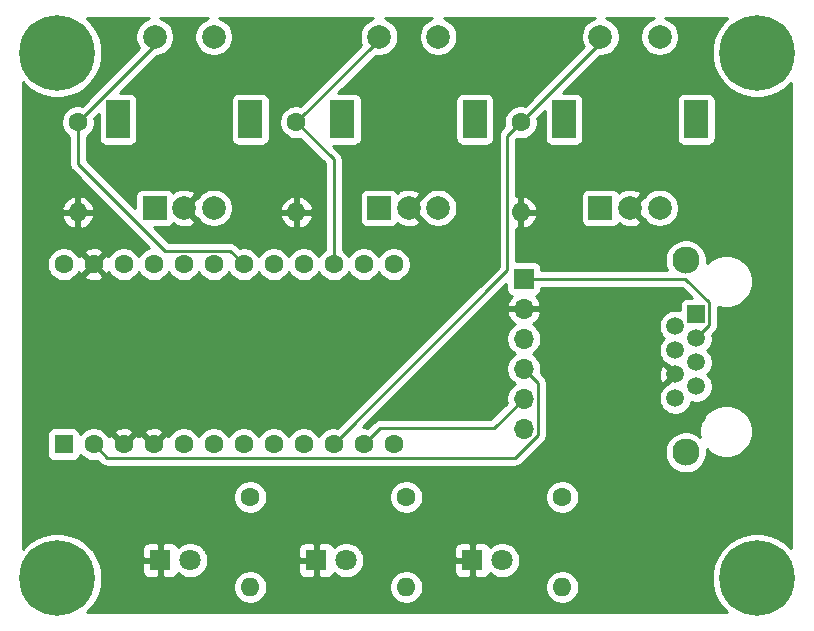
<source format=gbr>
%TF.GenerationSoftware,KiCad,Pcbnew,5.1.8-5.1.8*%
%TF.CreationDate,2021-05-07T16:54:23+02:00*%
%TF.ProjectId,modelMterminalAdapter,6d6f6465-6c4d-4746-9572-6d696e616c41,rev?*%
%TF.SameCoordinates,Original*%
%TF.FileFunction,Copper,L2,Bot*%
%TF.FilePolarity,Positive*%
%FSLAX46Y46*%
G04 Gerber Fmt 4.6, Leading zero omitted, Abs format (unit mm)*
G04 Created by KiCad (PCBNEW 5.1.8-5.1.8) date 2021-05-07 16:54:23*
%MOMM*%
%LPD*%
G01*
G04 APERTURE LIST*
%TA.AperFunction,ComponentPad*%
%ADD10C,2.300000*%
%TD*%
%TA.AperFunction,ComponentPad*%
%ADD11C,1.500000*%
%TD*%
%TA.AperFunction,ComponentPad*%
%ADD12R,1.500000X1.500000*%
%TD*%
%TA.AperFunction,ComponentPad*%
%ADD13O,1.700000X1.700000*%
%TD*%
%TA.AperFunction,ComponentPad*%
%ADD14R,1.700000X1.700000*%
%TD*%
%TA.AperFunction,ComponentPad*%
%ADD15O,1.600000X1.600000*%
%TD*%
%TA.AperFunction,ComponentPad*%
%ADD16C,1.600000*%
%TD*%
%TA.AperFunction,ComponentPad*%
%ADD17R,2.000000X2.000000*%
%TD*%
%TA.AperFunction,ComponentPad*%
%ADD18C,2.000000*%
%TD*%
%TA.AperFunction,ComponentPad*%
%ADD19R,2.000000X3.200000*%
%TD*%
%TA.AperFunction,ComponentPad*%
%ADD20C,6.400000*%
%TD*%
%TA.AperFunction,ComponentPad*%
%ADD21C,0.800000*%
%TD*%
%TA.AperFunction,ComponentPad*%
%ADD22R,1.600000X1.600000*%
%TD*%
%TA.AperFunction,ComponentPad*%
%ADD23C,1.800000*%
%TD*%
%TA.AperFunction,ComponentPad*%
%ADD24R,1.800000X1.800000*%
%TD*%
%TA.AperFunction,ViaPad*%
%ADD25C,0.800000*%
%TD*%
%TA.AperFunction,Conductor*%
%ADD26C,0.250000*%
%TD*%
%TA.AperFunction,Conductor*%
%ADD27C,0.254000*%
%TD*%
%TA.AperFunction,Conductor*%
%ADD28C,0.100000*%
%TD*%
G04 APERTURE END LIST*
D10*
%TO.P,J1,SH*%
%TO.N,N/C*%
X112710000Y-74430000D03*
X112710000Y-90690000D03*
D11*
%TO.P,J1,8*%
%TO.N,Net-(J1-Pad8)*%
X111820000Y-86112000D03*
%TO.P,J1,6*%
%TO.N,GND*%
X111820000Y-84080000D03*
%TO.P,J1,4*%
%TO.N,Net-(J1-Pad4)*%
X111820000Y-82048000D03*
%TO.P,J1,2*%
%TO.N,Net-(J1-Pad2)*%
X111820000Y-80016000D03*
%TO.P,J1,7*%
%TO.N,Net-(J1-Pad7)*%
X113600000Y-85096000D03*
%TO.P,J1,5*%
%TO.N,Net-(J1-Pad5)*%
X113600000Y-83064000D03*
%TO.P,J1,3*%
%TO.N,VCC*%
X113600000Y-81032000D03*
D12*
%TO.P,J1,1*%
%TO.N,Net-(J1-Pad1)*%
X113600000Y-79000000D03*
%TD*%
D13*
%TO.P,J2,6*%
%TO.N,Net-(J2-Pad6)*%
X99000000Y-88700000D03*
%TO.P,J2,5*%
%TO.N,Net-(J2-Pad5)*%
X99000000Y-86160000D03*
%TO.P,J2,4*%
%TO.N,Net-(J2-Pad4)*%
X99000000Y-83620000D03*
%TO.P,J2,3*%
%TO.N,Net-(J2-Pad3)*%
X99000000Y-81080000D03*
%TO.P,J2,2*%
%TO.N,GND*%
X99000000Y-78540000D03*
D14*
%TO.P,J2,1*%
%TO.N,VCC*%
X99000000Y-76000000D03*
%TD*%
D15*
%TO.P,R4,2*%
%TO.N,GND*%
X98750000Y-70370000D03*
D16*
%TO.P,R4,1*%
%TO.N,Net-(R4-Pad1)*%
X98750000Y-62750000D03*
%TD*%
D17*
%TO.P,SW3,A*%
%TO.N,Net-(SW3-PadA)*%
X105500000Y-70000000D03*
D18*
%TO.P,SW3,C*%
%TO.N,GND*%
X108000000Y-70000000D03*
%TO.P,SW3,B*%
%TO.N,Net-(SW3-PadB)*%
X110500000Y-70000000D03*
D19*
%TO.P,SW3,MP*%
%TO.N,N/C*%
X102400000Y-62500000D03*
X113600000Y-62500000D03*
D18*
%TO.P,SW3,S2*%
%TO.N,Net-(R4-Pad1)*%
X105500000Y-55500000D03*
%TO.P,SW3,S1*%
%TO.N,VCC*%
X110500000Y-55500000D03*
%TD*%
D20*
%TO.P,REF\u002A\u002A,1*%
%TO.N,N/C*%
X59500000Y-101350000D03*
D21*
X61900000Y-101350000D03*
X61197056Y-103047056D03*
X59500000Y-103750000D03*
X57802944Y-103047056D03*
X57100000Y-101350000D03*
X57802944Y-99652944D03*
X59500000Y-98950000D03*
X61197056Y-99652944D03*
%TD*%
D20*
%TO.P,REF\u002A\u002A,1*%
%TO.N,N/C*%
X59500000Y-56850000D03*
D21*
X61900000Y-56850000D03*
X61197056Y-58547056D03*
X59500000Y-59250000D03*
X57802944Y-58547056D03*
X57100000Y-56850000D03*
X57802944Y-55152944D03*
X59500000Y-54450000D03*
X61197056Y-55152944D03*
%TD*%
D20*
%TO.P,REF\u002A\u002A,1*%
%TO.N,N/C*%
X118750000Y-101350000D03*
D21*
X121150000Y-101350000D03*
X120447056Y-103047056D03*
X118750000Y-103750000D03*
X117052944Y-103047056D03*
X116350000Y-101350000D03*
X117052944Y-99652944D03*
X118750000Y-98950000D03*
X120447056Y-99652944D03*
%TD*%
%TO.P,REF\u002A\u002A,1*%
%TO.N,N/C*%
X120447056Y-55152944D03*
X118750000Y-54450000D03*
X117052944Y-55152944D03*
X116350000Y-56850000D03*
X117052944Y-58547056D03*
X118750000Y-59250000D03*
X120447056Y-58547056D03*
X121150000Y-56850000D03*
D20*
X118750000Y-56850000D03*
%TD*%
D15*
%TO.P,R6,2*%
%TO.N,GND*%
X79750000Y-70370000D03*
D16*
%TO.P,R6,1*%
%TO.N,Net-(R6-Pad1)*%
X79750000Y-62750000D03*
%TD*%
D15*
%TO.P,R5,2*%
%TO.N,GND*%
X61250000Y-70370000D03*
D16*
%TO.P,R5,1*%
%TO.N,Net-(R5-Pad1)*%
X61250000Y-62750000D03*
%TD*%
D15*
%TO.P,R3,2*%
%TO.N,Net-(D3-Pad2)*%
X102258000Y-102108000D03*
D16*
%TO.P,R3,1*%
%TO.N,Net-(R3-Pad1)*%
X102258000Y-94488000D03*
%TD*%
D15*
%TO.P,R2,2*%
%TO.N,Net-(D2-Pad2)*%
X89050000Y-102108000D03*
D16*
%TO.P,R2,1*%
%TO.N,Net-(R2-Pad1)*%
X89050000Y-94488000D03*
%TD*%
D15*
%TO.P,R1,2*%
%TO.N,Net-(D1-Pad2)*%
X75842000Y-102108000D03*
D16*
%TO.P,R1,1*%
%TO.N,Net-(R1-Pad1)*%
X75842000Y-94488000D03*
%TD*%
%TO.P,U1,24*%
%TO.N,Net-(U1-Pad24)*%
X60042000Y-74778000D03*
%TO.P,U1,23*%
%TO.N,GND*%
X62582000Y-74778000D03*
%TO.P,U1,22*%
%TO.N,Net-(SW4-Pad1)*%
X65122000Y-74778000D03*
%TO.P,U1,21*%
%TO.N,VCC*%
X67662000Y-74778000D03*
%TO.P,U1,20*%
%TO.N,Net-(SW1-PadA)*%
X70202000Y-74778000D03*
%TO.P,U1,19*%
%TO.N,Net-(SW1-PadB)*%
X72742000Y-74778000D03*
%TO.P,U1,18*%
%TO.N,Net-(R5-Pad1)*%
X75282000Y-74778000D03*
%TO.P,U1,17*%
%TO.N,Net-(SW2-PadA)*%
X77822000Y-74778000D03*
%TO.P,U1,16*%
%TO.N,Net-(SW2-PadB)*%
X80362000Y-74778000D03*
%TO.P,U1,15*%
%TO.N,Net-(R6-Pad1)*%
X82902000Y-74778000D03*
%TO.P,U1,14*%
%TO.N,Net-(SW3-PadA)*%
X85442000Y-74778000D03*
%TO.P,U1,13*%
%TO.N,Net-(SW3-PadB)*%
X87982000Y-74778000D03*
%TO.P,U1,12*%
%TO.N,Net-(J2-Pad6)*%
X87982000Y-90018000D03*
%TO.P,U1,11*%
%TO.N,Net-(J2-Pad5)*%
X85442000Y-90018000D03*
%TO.P,U1,10*%
%TO.N,Net-(R4-Pad1)*%
X82902000Y-90018000D03*
%TO.P,U1,9*%
%TO.N,Net-(R3-Pad1)*%
X80362000Y-90018000D03*
%TO.P,U1,8*%
%TO.N,Net-(R2-Pad1)*%
X77822000Y-90018000D03*
%TO.P,U1,7*%
%TO.N,Net-(R1-Pad1)*%
X75282000Y-90018000D03*
%TO.P,U1,6*%
%TO.N,Net-(J1-Pad4)*%
X72742000Y-90018000D03*
%TO.P,U1,5*%
%TO.N,Net-(J1-Pad5)*%
X70202000Y-90018000D03*
%TO.P,U1,4*%
%TO.N,GND*%
X67662000Y-90018000D03*
%TO.P,U1,3*%
X65122000Y-90018000D03*
%TO.P,U1,2*%
%TO.N,Net-(J2-Pad4)*%
X62582000Y-90018000D03*
D22*
%TO.P,U1,1*%
%TO.N,Net-(J2-Pad3)*%
X60042000Y-90018000D03*
%TD*%
D17*
%TO.P,SW2,A*%
%TO.N,Net-(SW2-PadA)*%
X86750000Y-70000000D03*
D18*
%TO.P,SW2,C*%
%TO.N,GND*%
X89250000Y-70000000D03*
%TO.P,SW2,B*%
%TO.N,Net-(SW2-PadB)*%
X91750000Y-70000000D03*
D19*
%TO.P,SW2,MP*%
%TO.N,N/C*%
X83650000Y-62500000D03*
X94850000Y-62500000D03*
D18*
%TO.P,SW2,S2*%
%TO.N,Net-(R6-Pad1)*%
X86750000Y-55500000D03*
%TO.P,SW2,S1*%
%TO.N,VCC*%
X91750000Y-55500000D03*
%TD*%
D17*
%TO.P,SW1,A*%
%TO.N,Net-(SW1-PadA)*%
X67750000Y-70000000D03*
D18*
%TO.P,SW1,C*%
%TO.N,GND*%
X70250000Y-70000000D03*
%TO.P,SW1,B*%
%TO.N,Net-(SW1-PadB)*%
X72750000Y-70000000D03*
D19*
%TO.P,SW1,MP*%
%TO.N,N/C*%
X64650000Y-62500000D03*
X75850000Y-62500000D03*
D18*
%TO.P,SW1,S2*%
%TO.N,Net-(R5-Pad1)*%
X67750000Y-55500000D03*
%TO.P,SW1,S1*%
%TO.N,VCC*%
X72750000Y-55500000D03*
%TD*%
D23*
%TO.P,D3,2*%
%TO.N,Net-(D3-Pad2)*%
X97178000Y-99822000D03*
D24*
%TO.P,D3,1*%
%TO.N,GND*%
X94638000Y-99822000D03*
%TD*%
D23*
%TO.P,D2,2*%
%TO.N,Net-(D2-Pad2)*%
X83970000Y-99822000D03*
D24*
%TO.P,D2,1*%
%TO.N,GND*%
X81430000Y-99822000D03*
%TD*%
D23*
%TO.P,D1,2*%
%TO.N,Net-(D1-Pad2)*%
X70762000Y-99822000D03*
D24*
%TO.P,D1,1*%
%TO.N,GND*%
X68222000Y-99822000D03*
%TD*%
D25*
%TO.N,GND*%
X96150000Y-86150000D03*
X107200000Y-82600000D03*
%TD*%
D26*
%TO.N,Net-(R5-Pad1)*%
X67750000Y-56250000D02*
X67750000Y-55500000D01*
X61250000Y-62750000D02*
X67750000Y-56250000D01*
X74156999Y-73652999D02*
X75282000Y-74778000D01*
X68652999Y-73652999D02*
X74156999Y-73652999D01*
X61250000Y-66250000D02*
X68652999Y-73652999D01*
X61250000Y-62750000D02*
X61250000Y-66250000D01*
%TO.N,Net-(R6-Pad1)*%
X82902000Y-66402000D02*
X82902000Y-74778000D01*
X82902000Y-65902000D02*
X82902000Y-66402000D01*
X79750000Y-62750000D02*
X82902000Y-65902000D01*
X86750000Y-55750000D02*
X86750000Y-55500000D01*
X79750000Y-62750000D02*
X86750000Y-55750000D01*
%TO.N,VCC*%
X114675001Y-79956999D02*
X113600000Y-81032000D01*
X114675001Y-77989999D02*
X114675001Y-79956999D01*
X112685002Y-76000000D02*
X114675001Y-77989999D01*
X99000000Y-76000000D02*
X112685002Y-76000000D01*
%TO.N,Net-(R4-Pad1)*%
X97624999Y-75295001D02*
X82902000Y-90018000D01*
X97624999Y-63875001D02*
X97624999Y-75295001D01*
X98750000Y-62750000D02*
X97624999Y-63875001D01*
X105500000Y-56000000D02*
X105500000Y-55500000D01*
X98750000Y-62750000D02*
X105500000Y-56000000D01*
%TO.N,Net-(J2-Pad4)*%
X100175001Y-89264001D02*
X100175001Y-84795001D01*
X98296001Y-91143001D02*
X100175001Y-89264001D01*
X100175001Y-84795001D02*
X99000000Y-83620000D01*
X63707001Y-91143001D02*
X98296001Y-91143001D01*
X62582000Y-90018000D02*
X63707001Y-91143001D01*
%TO.N,Net-(J2-Pad5)*%
X96500000Y-88660000D02*
X99000000Y-86160000D01*
X86800000Y-88660000D02*
X96500000Y-88660000D01*
X85442000Y-90018000D02*
X86800000Y-88660000D01*
%TD*%
D27*
%TO.N,GND*%
X66975537Y-54051082D02*
X66707748Y-54230013D01*
X66480013Y-54457748D01*
X66301082Y-54725537D01*
X66177832Y-55023088D01*
X66115000Y-55338967D01*
X66115000Y-55661033D01*
X66177832Y-55976912D01*
X66301082Y-56274463D01*
X66441133Y-56484065D01*
X61573887Y-61351312D01*
X61391335Y-61315000D01*
X61108665Y-61315000D01*
X60831426Y-61370147D01*
X60570273Y-61478320D01*
X60335241Y-61635363D01*
X60135363Y-61835241D01*
X59978320Y-62070273D01*
X59870147Y-62331426D01*
X59815000Y-62608665D01*
X59815000Y-62891335D01*
X59870147Y-63168574D01*
X59978320Y-63429727D01*
X60135363Y-63664759D01*
X60335241Y-63864637D01*
X60490000Y-63968044D01*
X60490001Y-66212668D01*
X60486324Y-66250000D01*
X60500998Y-66398985D01*
X60544454Y-66542246D01*
X60615026Y-66674276D01*
X60686201Y-66761002D01*
X60710000Y-66790001D01*
X60738998Y-66813799D01*
X67310086Y-73384887D01*
X67243426Y-73398147D01*
X66982273Y-73506320D01*
X66747241Y-73663363D01*
X66547363Y-73863241D01*
X66392000Y-74095759D01*
X66236637Y-73863241D01*
X66036759Y-73663363D01*
X65801727Y-73506320D01*
X65540574Y-73398147D01*
X65263335Y-73343000D01*
X64980665Y-73343000D01*
X64703426Y-73398147D01*
X64442273Y-73506320D01*
X64207241Y-73663363D01*
X64007363Y-73863241D01*
X63851085Y-74097128D01*
X63818671Y-74036486D01*
X63574702Y-73964903D01*
X62761605Y-74778000D01*
X63574702Y-75591097D01*
X63818671Y-75519514D01*
X63849194Y-75455008D01*
X63850320Y-75457727D01*
X64007363Y-75692759D01*
X64207241Y-75892637D01*
X64442273Y-76049680D01*
X64703426Y-76157853D01*
X64980665Y-76213000D01*
X65263335Y-76213000D01*
X65540574Y-76157853D01*
X65801727Y-76049680D01*
X66036759Y-75892637D01*
X66236637Y-75692759D01*
X66392000Y-75460241D01*
X66547363Y-75692759D01*
X66747241Y-75892637D01*
X66982273Y-76049680D01*
X67243426Y-76157853D01*
X67520665Y-76213000D01*
X67803335Y-76213000D01*
X68080574Y-76157853D01*
X68341727Y-76049680D01*
X68576759Y-75892637D01*
X68776637Y-75692759D01*
X68932000Y-75460241D01*
X69087363Y-75692759D01*
X69287241Y-75892637D01*
X69522273Y-76049680D01*
X69783426Y-76157853D01*
X70060665Y-76213000D01*
X70343335Y-76213000D01*
X70620574Y-76157853D01*
X70881727Y-76049680D01*
X71116759Y-75892637D01*
X71316637Y-75692759D01*
X71472000Y-75460241D01*
X71627363Y-75692759D01*
X71827241Y-75892637D01*
X72062273Y-76049680D01*
X72323426Y-76157853D01*
X72600665Y-76213000D01*
X72883335Y-76213000D01*
X73160574Y-76157853D01*
X73421727Y-76049680D01*
X73656759Y-75892637D01*
X73856637Y-75692759D01*
X74012000Y-75460241D01*
X74167363Y-75692759D01*
X74367241Y-75892637D01*
X74602273Y-76049680D01*
X74863426Y-76157853D01*
X75140665Y-76213000D01*
X75423335Y-76213000D01*
X75700574Y-76157853D01*
X75961727Y-76049680D01*
X76196759Y-75892637D01*
X76396637Y-75692759D01*
X76552000Y-75460241D01*
X76707363Y-75692759D01*
X76907241Y-75892637D01*
X77142273Y-76049680D01*
X77403426Y-76157853D01*
X77680665Y-76213000D01*
X77963335Y-76213000D01*
X78240574Y-76157853D01*
X78501727Y-76049680D01*
X78736759Y-75892637D01*
X78936637Y-75692759D01*
X79092000Y-75460241D01*
X79247363Y-75692759D01*
X79447241Y-75892637D01*
X79682273Y-76049680D01*
X79943426Y-76157853D01*
X80220665Y-76213000D01*
X80503335Y-76213000D01*
X80780574Y-76157853D01*
X81041727Y-76049680D01*
X81276759Y-75892637D01*
X81476637Y-75692759D01*
X81632000Y-75460241D01*
X81787363Y-75692759D01*
X81987241Y-75892637D01*
X82222273Y-76049680D01*
X82483426Y-76157853D01*
X82760665Y-76213000D01*
X83043335Y-76213000D01*
X83320574Y-76157853D01*
X83581727Y-76049680D01*
X83816759Y-75892637D01*
X84016637Y-75692759D01*
X84172000Y-75460241D01*
X84327363Y-75692759D01*
X84527241Y-75892637D01*
X84762273Y-76049680D01*
X85023426Y-76157853D01*
X85300665Y-76213000D01*
X85583335Y-76213000D01*
X85860574Y-76157853D01*
X86121727Y-76049680D01*
X86356759Y-75892637D01*
X86556637Y-75692759D01*
X86712000Y-75460241D01*
X86867363Y-75692759D01*
X87067241Y-75892637D01*
X87302273Y-76049680D01*
X87563426Y-76157853D01*
X87840665Y-76213000D01*
X88123335Y-76213000D01*
X88400574Y-76157853D01*
X88661727Y-76049680D01*
X88896759Y-75892637D01*
X89096637Y-75692759D01*
X89253680Y-75457727D01*
X89361853Y-75196574D01*
X89417000Y-74919335D01*
X89417000Y-74636665D01*
X89361853Y-74359426D01*
X89253680Y-74098273D01*
X89096637Y-73863241D01*
X88896759Y-73663363D01*
X88661727Y-73506320D01*
X88400574Y-73398147D01*
X88123335Y-73343000D01*
X87840665Y-73343000D01*
X87563426Y-73398147D01*
X87302273Y-73506320D01*
X87067241Y-73663363D01*
X86867363Y-73863241D01*
X86712000Y-74095759D01*
X86556637Y-73863241D01*
X86356759Y-73663363D01*
X86121727Y-73506320D01*
X85860574Y-73398147D01*
X85583335Y-73343000D01*
X85300665Y-73343000D01*
X85023426Y-73398147D01*
X84762273Y-73506320D01*
X84527241Y-73663363D01*
X84327363Y-73863241D01*
X84172000Y-74095759D01*
X84016637Y-73863241D01*
X83816759Y-73663363D01*
X83662000Y-73559957D01*
X83662000Y-69000000D01*
X85111928Y-69000000D01*
X85111928Y-71000000D01*
X85124188Y-71124482D01*
X85160498Y-71244180D01*
X85219463Y-71354494D01*
X85298815Y-71451185D01*
X85395506Y-71530537D01*
X85505820Y-71589502D01*
X85625518Y-71625812D01*
X85750000Y-71638072D01*
X87750000Y-71638072D01*
X87874482Y-71625812D01*
X87994180Y-71589502D01*
X88104494Y-71530537D01*
X88201185Y-71451185D01*
X88280537Y-71354494D01*
X88335976Y-71250777D01*
X88389956Y-71399814D01*
X88679571Y-71540704D01*
X88991108Y-71622384D01*
X89312595Y-71641718D01*
X89631675Y-71597961D01*
X89936088Y-71492795D01*
X90110044Y-71399814D01*
X90205808Y-71135413D01*
X89250000Y-70179605D01*
X89235858Y-70193748D01*
X89056253Y-70014143D01*
X89070395Y-70000000D01*
X89429605Y-70000000D01*
X90385413Y-70955808D01*
X90415075Y-70945065D01*
X90480013Y-71042252D01*
X90707748Y-71269987D01*
X90975537Y-71448918D01*
X91273088Y-71572168D01*
X91588967Y-71635000D01*
X91911033Y-71635000D01*
X92226912Y-71572168D01*
X92524463Y-71448918D01*
X92792252Y-71269987D01*
X93019987Y-71042252D01*
X93198918Y-70774463D01*
X93322168Y-70476912D01*
X93385000Y-70161033D01*
X93385000Y-69838967D01*
X93322168Y-69523088D01*
X93198918Y-69225537D01*
X93019987Y-68957748D01*
X92792252Y-68730013D01*
X92524463Y-68551082D01*
X92226912Y-68427832D01*
X91911033Y-68365000D01*
X91588967Y-68365000D01*
X91273088Y-68427832D01*
X90975537Y-68551082D01*
X90707748Y-68730013D01*
X90480013Y-68957748D01*
X90415075Y-69054935D01*
X90385413Y-69044192D01*
X89429605Y-70000000D01*
X89070395Y-70000000D01*
X89056253Y-69985858D01*
X89235858Y-69806253D01*
X89250000Y-69820395D01*
X90205808Y-68864587D01*
X90110044Y-68600186D01*
X89820429Y-68459296D01*
X89508892Y-68377616D01*
X89187405Y-68358282D01*
X88868325Y-68402039D01*
X88563912Y-68507205D01*
X88389956Y-68600186D01*
X88335976Y-68749223D01*
X88280537Y-68645506D01*
X88201185Y-68548815D01*
X88104494Y-68469463D01*
X87994180Y-68410498D01*
X87874482Y-68374188D01*
X87750000Y-68361928D01*
X85750000Y-68361928D01*
X85625518Y-68374188D01*
X85505820Y-68410498D01*
X85395506Y-68469463D01*
X85298815Y-68548815D01*
X85219463Y-68645506D01*
X85160498Y-68755820D01*
X85124188Y-68875518D01*
X85111928Y-69000000D01*
X83662000Y-69000000D01*
X83662000Y-65939322D01*
X83665676Y-65901999D01*
X83662000Y-65864676D01*
X83662000Y-65864667D01*
X83651003Y-65753014D01*
X83607546Y-65609753D01*
X83536974Y-65477723D01*
X83465799Y-65390997D01*
X83442001Y-65361999D01*
X83413004Y-65338202D01*
X82812874Y-64738072D01*
X84650000Y-64738072D01*
X84774482Y-64725812D01*
X84894180Y-64689502D01*
X85004494Y-64630537D01*
X85101185Y-64551185D01*
X85180537Y-64454494D01*
X85239502Y-64344180D01*
X85275812Y-64224482D01*
X85288072Y-64100000D01*
X85288072Y-60900000D01*
X93211928Y-60900000D01*
X93211928Y-64100000D01*
X93224188Y-64224482D01*
X93260498Y-64344180D01*
X93319463Y-64454494D01*
X93398815Y-64551185D01*
X93495506Y-64630537D01*
X93605820Y-64689502D01*
X93725518Y-64725812D01*
X93850000Y-64738072D01*
X95850000Y-64738072D01*
X95974482Y-64725812D01*
X96094180Y-64689502D01*
X96204494Y-64630537D01*
X96301185Y-64551185D01*
X96380537Y-64454494D01*
X96439502Y-64344180D01*
X96475812Y-64224482D01*
X96488072Y-64100000D01*
X96488072Y-60900000D01*
X96475812Y-60775518D01*
X96439502Y-60655820D01*
X96380537Y-60545506D01*
X96301185Y-60448815D01*
X96204494Y-60369463D01*
X96094180Y-60310498D01*
X95974482Y-60274188D01*
X95850000Y-60261928D01*
X93850000Y-60261928D01*
X93725518Y-60274188D01*
X93605820Y-60310498D01*
X93495506Y-60369463D01*
X93398815Y-60448815D01*
X93319463Y-60545506D01*
X93260498Y-60655820D01*
X93224188Y-60775518D01*
X93211928Y-60900000D01*
X85288072Y-60900000D01*
X85275812Y-60775518D01*
X85239502Y-60655820D01*
X85180537Y-60545506D01*
X85101185Y-60448815D01*
X85004494Y-60369463D01*
X84894180Y-60310498D01*
X84774482Y-60274188D01*
X84650000Y-60261928D01*
X83312873Y-60261928D01*
X86464550Y-57110252D01*
X86588967Y-57135000D01*
X86911033Y-57135000D01*
X87226912Y-57072168D01*
X87524463Y-56948918D01*
X87792252Y-56769987D01*
X88019987Y-56542252D01*
X88198918Y-56274463D01*
X88322168Y-55976912D01*
X88385000Y-55661033D01*
X88385000Y-55338967D01*
X88322168Y-55023088D01*
X88198918Y-54725537D01*
X88019987Y-54457748D01*
X87792252Y-54230013D01*
X87524463Y-54051082D01*
X87232146Y-53930000D01*
X91267854Y-53930000D01*
X90975537Y-54051082D01*
X90707748Y-54230013D01*
X90480013Y-54457748D01*
X90301082Y-54725537D01*
X90177832Y-55023088D01*
X90115000Y-55338967D01*
X90115000Y-55661033D01*
X90177832Y-55976912D01*
X90301082Y-56274463D01*
X90480013Y-56542252D01*
X90707748Y-56769987D01*
X90975537Y-56948918D01*
X91273088Y-57072168D01*
X91588967Y-57135000D01*
X91911033Y-57135000D01*
X92226912Y-57072168D01*
X92524463Y-56948918D01*
X92792252Y-56769987D01*
X93019987Y-56542252D01*
X93198918Y-56274463D01*
X93322168Y-55976912D01*
X93385000Y-55661033D01*
X93385000Y-55338967D01*
X93322168Y-55023088D01*
X93198918Y-54725537D01*
X93019987Y-54457748D01*
X92792252Y-54230013D01*
X92524463Y-54051082D01*
X92232146Y-53930000D01*
X105017854Y-53930000D01*
X104725537Y-54051082D01*
X104457748Y-54230013D01*
X104230013Y-54457748D01*
X104051082Y-54725537D01*
X103927832Y-55023088D01*
X103865000Y-55338967D01*
X103865000Y-55661033D01*
X103927832Y-55976912D01*
X104051082Y-56274463D01*
X104090997Y-56334201D01*
X99073887Y-61351312D01*
X98891335Y-61315000D01*
X98608665Y-61315000D01*
X98331426Y-61370147D01*
X98070273Y-61478320D01*
X97835241Y-61635363D01*
X97635363Y-61835241D01*
X97478320Y-62070273D01*
X97370147Y-62331426D01*
X97315000Y-62608665D01*
X97315000Y-62891335D01*
X97351312Y-63073887D01*
X97114001Y-63311197D01*
X97084998Y-63335000D01*
X97043986Y-63384974D01*
X96990025Y-63450725D01*
X96956377Y-63513676D01*
X96919453Y-63582755D01*
X96875996Y-63726016D01*
X96864999Y-63837669D01*
X96864999Y-63837679D01*
X96861323Y-63875001D01*
X96864999Y-63912323D01*
X96865000Y-74980198D01*
X83225887Y-88619312D01*
X83043335Y-88583000D01*
X82760665Y-88583000D01*
X82483426Y-88638147D01*
X82222273Y-88746320D01*
X81987241Y-88903363D01*
X81787363Y-89103241D01*
X81632000Y-89335759D01*
X81476637Y-89103241D01*
X81276759Y-88903363D01*
X81041727Y-88746320D01*
X80780574Y-88638147D01*
X80503335Y-88583000D01*
X80220665Y-88583000D01*
X79943426Y-88638147D01*
X79682273Y-88746320D01*
X79447241Y-88903363D01*
X79247363Y-89103241D01*
X79092000Y-89335759D01*
X78936637Y-89103241D01*
X78736759Y-88903363D01*
X78501727Y-88746320D01*
X78240574Y-88638147D01*
X77963335Y-88583000D01*
X77680665Y-88583000D01*
X77403426Y-88638147D01*
X77142273Y-88746320D01*
X76907241Y-88903363D01*
X76707363Y-89103241D01*
X76552000Y-89335759D01*
X76396637Y-89103241D01*
X76196759Y-88903363D01*
X75961727Y-88746320D01*
X75700574Y-88638147D01*
X75423335Y-88583000D01*
X75140665Y-88583000D01*
X74863426Y-88638147D01*
X74602273Y-88746320D01*
X74367241Y-88903363D01*
X74167363Y-89103241D01*
X74012000Y-89335759D01*
X73856637Y-89103241D01*
X73656759Y-88903363D01*
X73421727Y-88746320D01*
X73160574Y-88638147D01*
X72883335Y-88583000D01*
X72600665Y-88583000D01*
X72323426Y-88638147D01*
X72062273Y-88746320D01*
X71827241Y-88903363D01*
X71627363Y-89103241D01*
X71472000Y-89335759D01*
X71316637Y-89103241D01*
X71116759Y-88903363D01*
X70881727Y-88746320D01*
X70620574Y-88638147D01*
X70343335Y-88583000D01*
X70060665Y-88583000D01*
X69783426Y-88638147D01*
X69522273Y-88746320D01*
X69287241Y-88903363D01*
X69087363Y-89103241D01*
X68931085Y-89337128D01*
X68898671Y-89276486D01*
X68654702Y-89204903D01*
X67841605Y-90018000D01*
X67855748Y-90032143D01*
X67676143Y-90211748D01*
X67662000Y-90197605D01*
X67647858Y-90211748D01*
X67468253Y-90032143D01*
X67482395Y-90018000D01*
X66669298Y-89204903D01*
X66425329Y-89276486D01*
X66394029Y-89342636D01*
X66358671Y-89276486D01*
X66114702Y-89204903D01*
X65301605Y-90018000D01*
X65315748Y-90032143D01*
X65136143Y-90211748D01*
X65122000Y-90197605D01*
X65107858Y-90211748D01*
X64928253Y-90032143D01*
X64942395Y-90018000D01*
X64129298Y-89204903D01*
X63885329Y-89276486D01*
X63854806Y-89340992D01*
X63853680Y-89338273D01*
X63696637Y-89103241D01*
X63618694Y-89025298D01*
X64308903Y-89025298D01*
X65122000Y-89838395D01*
X65935097Y-89025298D01*
X66848903Y-89025298D01*
X67662000Y-89838395D01*
X68475097Y-89025298D01*
X68403514Y-88781329D01*
X68148004Y-88660429D01*
X67873816Y-88591700D01*
X67591488Y-88577783D01*
X67311870Y-88619213D01*
X67045708Y-88714397D01*
X66920486Y-88781329D01*
X66848903Y-89025298D01*
X65935097Y-89025298D01*
X65863514Y-88781329D01*
X65608004Y-88660429D01*
X65333816Y-88591700D01*
X65051488Y-88577783D01*
X64771870Y-88619213D01*
X64505708Y-88714397D01*
X64380486Y-88781329D01*
X64308903Y-89025298D01*
X63618694Y-89025298D01*
X63496759Y-88903363D01*
X63261727Y-88746320D01*
X63000574Y-88638147D01*
X62723335Y-88583000D01*
X62440665Y-88583000D01*
X62163426Y-88638147D01*
X61902273Y-88746320D01*
X61667241Y-88903363D01*
X61468643Y-89101961D01*
X61467812Y-89093518D01*
X61431502Y-88973820D01*
X61372537Y-88863506D01*
X61293185Y-88766815D01*
X61196494Y-88687463D01*
X61086180Y-88628498D01*
X60966482Y-88592188D01*
X60842000Y-88579928D01*
X59242000Y-88579928D01*
X59117518Y-88592188D01*
X58997820Y-88628498D01*
X58887506Y-88687463D01*
X58790815Y-88766815D01*
X58711463Y-88863506D01*
X58652498Y-88973820D01*
X58616188Y-89093518D01*
X58603928Y-89218000D01*
X58603928Y-90818000D01*
X58616188Y-90942482D01*
X58652498Y-91062180D01*
X58711463Y-91172494D01*
X58790815Y-91269185D01*
X58887506Y-91348537D01*
X58997820Y-91407502D01*
X59117518Y-91443812D01*
X59242000Y-91456072D01*
X60842000Y-91456072D01*
X60966482Y-91443812D01*
X61086180Y-91407502D01*
X61196494Y-91348537D01*
X61293185Y-91269185D01*
X61372537Y-91172494D01*
X61431502Y-91062180D01*
X61467812Y-90942482D01*
X61468643Y-90934039D01*
X61667241Y-91132637D01*
X61902273Y-91289680D01*
X62163426Y-91397853D01*
X62440665Y-91453000D01*
X62723335Y-91453000D01*
X62905886Y-91416688D01*
X63143202Y-91654004D01*
X63167000Y-91683002D01*
X63282725Y-91777975D01*
X63414754Y-91848547D01*
X63558015Y-91892004D01*
X63669668Y-91903001D01*
X63669676Y-91903001D01*
X63707001Y-91906677D01*
X63744326Y-91903001D01*
X98258679Y-91903001D01*
X98296001Y-91906677D01*
X98333323Y-91903001D01*
X98333334Y-91903001D01*
X98444987Y-91892004D01*
X98588248Y-91848547D01*
X98720277Y-91777975D01*
X98836002Y-91683002D01*
X98859805Y-91653998D01*
X99999610Y-90514193D01*
X110925000Y-90514193D01*
X110925000Y-90865807D01*
X110993596Y-91210665D01*
X111128153Y-91535515D01*
X111323500Y-91827871D01*
X111572129Y-92076500D01*
X111864485Y-92271847D01*
X112189335Y-92406404D01*
X112534193Y-92475000D01*
X112885807Y-92475000D01*
X113230665Y-92406404D01*
X113555515Y-92271847D01*
X113847871Y-92076500D01*
X114096500Y-91827871D01*
X114291847Y-91535515D01*
X114426404Y-91210665D01*
X114495000Y-90865807D01*
X114495000Y-90514193D01*
X114481822Y-90447944D01*
X114699334Y-90665456D01*
X115069489Y-90912786D01*
X115480782Y-91083149D01*
X115917409Y-91170000D01*
X116362591Y-91170000D01*
X116799218Y-91083149D01*
X117210511Y-90912786D01*
X117580666Y-90665456D01*
X117895456Y-90350666D01*
X118142786Y-89980511D01*
X118313149Y-89569218D01*
X118400000Y-89132591D01*
X118400000Y-88687409D01*
X118313149Y-88250782D01*
X118142786Y-87839489D01*
X117895456Y-87469334D01*
X117580666Y-87154544D01*
X117210511Y-86907214D01*
X116799218Y-86736851D01*
X116362591Y-86650000D01*
X115917409Y-86650000D01*
X115480782Y-86736851D01*
X115069489Y-86907214D01*
X114699334Y-87154544D01*
X114384544Y-87469334D01*
X114137214Y-87839489D01*
X113966851Y-88250782D01*
X113880000Y-88687409D01*
X113880000Y-89132591D01*
X113930415Y-89386044D01*
X113847871Y-89303500D01*
X113555515Y-89108153D01*
X113230665Y-88973596D01*
X112885807Y-88905000D01*
X112534193Y-88905000D01*
X112189335Y-88973596D01*
X111864485Y-89108153D01*
X111572129Y-89303500D01*
X111323500Y-89552129D01*
X111128153Y-89844485D01*
X110993596Y-90169335D01*
X110925000Y-90514193D01*
X99999610Y-90514193D01*
X100686005Y-89827799D01*
X100715002Y-89804002D01*
X100809975Y-89688277D01*
X100880547Y-89556248D01*
X100924004Y-89412987D01*
X100935001Y-89301334D01*
X100935001Y-89301325D01*
X100938677Y-89264002D01*
X100935001Y-89226679D01*
X100935001Y-84832323D01*
X100938677Y-84795000D01*
X100935001Y-84757677D01*
X100935001Y-84757668D01*
X100924004Y-84646015D01*
X100880547Y-84502754D01*
X100809975Y-84370725D01*
X100715002Y-84255000D01*
X100686004Y-84231202D01*
X100607294Y-84152492D01*
X110430188Y-84152492D01*
X110471035Y-84422238D01*
X110563723Y-84678832D01*
X110624140Y-84791863D01*
X110863007Y-84857388D01*
X111640395Y-84080000D01*
X110863007Y-83302612D01*
X110624140Y-83368137D01*
X110508240Y-83615116D01*
X110442750Y-83879960D01*
X110430188Y-84152492D01*
X100607294Y-84152492D01*
X100441210Y-83986408D01*
X100485000Y-83766260D01*
X100485000Y-83473740D01*
X100427932Y-83186842D01*
X100315990Y-82916589D01*
X100153475Y-82673368D01*
X99946632Y-82466525D01*
X99772240Y-82350000D01*
X99946632Y-82233475D01*
X100153475Y-82026632D01*
X100315990Y-81783411D01*
X100427932Y-81513158D01*
X100485000Y-81226260D01*
X100485000Y-80933740D01*
X100427932Y-80646842D01*
X100315990Y-80376589D01*
X100153475Y-80133368D01*
X99946632Y-79926525D01*
X99764466Y-79804805D01*
X99881355Y-79735178D01*
X100097588Y-79540269D01*
X100271641Y-79306920D01*
X100396825Y-79044099D01*
X100441476Y-78896890D01*
X100320155Y-78667000D01*
X99127000Y-78667000D01*
X99127000Y-78687000D01*
X98873000Y-78687000D01*
X98873000Y-78667000D01*
X97679845Y-78667000D01*
X97558524Y-78896890D01*
X97603175Y-79044099D01*
X97728359Y-79306920D01*
X97902412Y-79540269D01*
X98118645Y-79735178D01*
X98235534Y-79804805D01*
X98053368Y-79926525D01*
X97846525Y-80133368D01*
X97684010Y-80376589D01*
X97572068Y-80646842D01*
X97515000Y-80933740D01*
X97515000Y-81226260D01*
X97572068Y-81513158D01*
X97684010Y-81783411D01*
X97846525Y-82026632D01*
X98053368Y-82233475D01*
X98227760Y-82350000D01*
X98053368Y-82466525D01*
X97846525Y-82673368D01*
X97684010Y-82916589D01*
X97572068Y-83186842D01*
X97515000Y-83473740D01*
X97515000Y-83766260D01*
X97572068Y-84053158D01*
X97684010Y-84323411D01*
X97846525Y-84566632D01*
X98053368Y-84773475D01*
X98227760Y-84890000D01*
X98053368Y-85006525D01*
X97846525Y-85213368D01*
X97684010Y-85456589D01*
X97572068Y-85726842D01*
X97515000Y-86013740D01*
X97515000Y-86306260D01*
X97558790Y-86526408D01*
X96185199Y-87900000D01*
X86837322Y-87900000D01*
X86799999Y-87896324D01*
X86762677Y-87900000D01*
X86762667Y-87900000D01*
X86651014Y-87910997D01*
X86507753Y-87954454D01*
X86375723Y-88025026D01*
X86292083Y-88093668D01*
X86259999Y-88119999D01*
X86236201Y-88148997D01*
X85765886Y-88619312D01*
X85583335Y-88583000D01*
X85411801Y-88583000D01*
X97511928Y-76482874D01*
X97511928Y-76850000D01*
X97524188Y-76974482D01*
X97560498Y-77094180D01*
X97619463Y-77204494D01*
X97698815Y-77301185D01*
X97795506Y-77380537D01*
X97905820Y-77439502D01*
X97986466Y-77463966D01*
X97902412Y-77539731D01*
X97728359Y-77773080D01*
X97603175Y-78035901D01*
X97558524Y-78183110D01*
X97679845Y-78413000D01*
X98873000Y-78413000D01*
X98873000Y-78393000D01*
X99127000Y-78393000D01*
X99127000Y-78413000D01*
X100320155Y-78413000D01*
X100441476Y-78183110D01*
X100396825Y-78035901D01*
X100271641Y-77773080D01*
X100097588Y-77539731D01*
X100013534Y-77463966D01*
X100094180Y-77439502D01*
X100204494Y-77380537D01*
X100301185Y-77301185D01*
X100380537Y-77204494D01*
X100439502Y-77094180D01*
X100475812Y-76974482D01*
X100488072Y-76850000D01*
X100488072Y-76760000D01*
X112370201Y-76760000D01*
X113222128Y-77611928D01*
X112850000Y-77611928D01*
X112725518Y-77624188D01*
X112605820Y-77660498D01*
X112495506Y-77719463D01*
X112398815Y-77798815D01*
X112319463Y-77895506D01*
X112260498Y-78005820D01*
X112224188Y-78125518D01*
X112211928Y-78250000D01*
X112211928Y-78681826D01*
X111956411Y-78631000D01*
X111683589Y-78631000D01*
X111416011Y-78684225D01*
X111163957Y-78788629D01*
X110937114Y-78940201D01*
X110744201Y-79133114D01*
X110592629Y-79359957D01*
X110488225Y-79612011D01*
X110435000Y-79879589D01*
X110435000Y-80152411D01*
X110488225Y-80419989D01*
X110592629Y-80672043D01*
X110744201Y-80898886D01*
X110877315Y-81032000D01*
X110744201Y-81165114D01*
X110592629Y-81391957D01*
X110488225Y-81644011D01*
X110435000Y-81911589D01*
X110435000Y-82184411D01*
X110488225Y-82451989D01*
X110592629Y-82704043D01*
X110744201Y-82930886D01*
X110937114Y-83123799D01*
X111163957Y-83275371D01*
X111216910Y-83297305D01*
X111820000Y-83900395D01*
X111834143Y-83886253D01*
X112013748Y-84065858D01*
X111999605Y-84080000D01*
X112013748Y-84094143D01*
X111834143Y-84273748D01*
X111820000Y-84259605D01*
X111216910Y-84862695D01*
X111163957Y-84884629D01*
X110937114Y-85036201D01*
X110744201Y-85229114D01*
X110592629Y-85455957D01*
X110488225Y-85708011D01*
X110435000Y-85975589D01*
X110435000Y-86248411D01*
X110488225Y-86515989D01*
X110592629Y-86768043D01*
X110744201Y-86994886D01*
X110937114Y-87187799D01*
X111163957Y-87339371D01*
X111416011Y-87443775D01*
X111683589Y-87497000D01*
X111956411Y-87497000D01*
X112223989Y-87443775D01*
X112476043Y-87339371D01*
X112702886Y-87187799D01*
X112895799Y-86994886D01*
X113047371Y-86768043D01*
X113151775Y-86515989D01*
X113171354Y-86417562D01*
X113196011Y-86427775D01*
X113463589Y-86481000D01*
X113736411Y-86481000D01*
X114003989Y-86427775D01*
X114256043Y-86323371D01*
X114482886Y-86171799D01*
X114675799Y-85978886D01*
X114827371Y-85752043D01*
X114931775Y-85499989D01*
X114985000Y-85232411D01*
X114985000Y-84959589D01*
X114931775Y-84692011D01*
X114827371Y-84439957D01*
X114675799Y-84213114D01*
X114542685Y-84080000D01*
X114675799Y-83946886D01*
X114827371Y-83720043D01*
X114931775Y-83467989D01*
X114985000Y-83200411D01*
X114985000Y-82927589D01*
X114931775Y-82660011D01*
X114827371Y-82407957D01*
X114675799Y-82181114D01*
X114542685Y-82048000D01*
X114675799Y-81914886D01*
X114827371Y-81688043D01*
X114931775Y-81435989D01*
X114985000Y-81168411D01*
X114985000Y-80895589D01*
X114956167Y-80750635D01*
X115186004Y-80520798D01*
X115215002Y-80497000D01*
X115241333Y-80464916D01*
X115309975Y-80381276D01*
X115380547Y-80249246D01*
X115395126Y-80201185D01*
X115424004Y-80105985D01*
X115435001Y-79994332D01*
X115435001Y-79994322D01*
X115438677Y-79956999D01*
X115435001Y-79919677D01*
X115435001Y-78364186D01*
X115480782Y-78383149D01*
X115917409Y-78470000D01*
X116362591Y-78470000D01*
X116799218Y-78383149D01*
X117210511Y-78212786D01*
X117580666Y-77965456D01*
X117895456Y-77650666D01*
X118142786Y-77280511D01*
X118313149Y-76869218D01*
X118400000Y-76432591D01*
X118400000Y-75987409D01*
X118313149Y-75550782D01*
X118142786Y-75139489D01*
X117895456Y-74769334D01*
X117580666Y-74454544D01*
X117210511Y-74207214D01*
X116799218Y-74036851D01*
X116362591Y-73950000D01*
X115917409Y-73950000D01*
X115480782Y-74036851D01*
X115069489Y-74207214D01*
X114699334Y-74454544D01*
X114481822Y-74672056D01*
X114495000Y-74605807D01*
X114495000Y-74254193D01*
X114426404Y-73909335D01*
X114291847Y-73584485D01*
X114096500Y-73292129D01*
X113847871Y-73043500D01*
X113555515Y-72848153D01*
X113230665Y-72713596D01*
X112885807Y-72645000D01*
X112534193Y-72645000D01*
X112189335Y-72713596D01*
X111864485Y-72848153D01*
X111572129Y-73043500D01*
X111323500Y-73292129D01*
X111128153Y-73584485D01*
X110993596Y-73909335D01*
X110925000Y-74254193D01*
X110925000Y-74605807D01*
X110993596Y-74950665D01*
X111113442Y-75240000D01*
X100488072Y-75240000D01*
X100488072Y-75150000D01*
X100475812Y-75025518D01*
X100439502Y-74905820D01*
X100380537Y-74795506D01*
X100301185Y-74698815D01*
X100204494Y-74619463D01*
X100094180Y-74560498D01*
X99974482Y-74524188D01*
X99850000Y-74511928D01*
X98384999Y-74511928D01*
X98384999Y-71757063D01*
X98400961Y-71761904D01*
X98623000Y-71639915D01*
X98623000Y-70497000D01*
X98877000Y-70497000D01*
X98877000Y-71639915D01*
X99099039Y-71761904D01*
X99233087Y-71721246D01*
X99487420Y-71601037D01*
X99713414Y-71433519D01*
X99902385Y-71225131D01*
X100047070Y-70983881D01*
X100141909Y-70719040D01*
X100020624Y-70497000D01*
X98877000Y-70497000D01*
X98623000Y-70497000D01*
X98603000Y-70497000D01*
X98603000Y-70243000D01*
X98623000Y-70243000D01*
X98623000Y-69100085D01*
X98877000Y-69100085D01*
X98877000Y-70243000D01*
X100020624Y-70243000D01*
X100141909Y-70020960D01*
X100047070Y-69756119D01*
X99902385Y-69514869D01*
X99713414Y-69306481D01*
X99487420Y-69138963D01*
X99233087Y-69018754D01*
X99171256Y-69000000D01*
X103861928Y-69000000D01*
X103861928Y-71000000D01*
X103874188Y-71124482D01*
X103910498Y-71244180D01*
X103969463Y-71354494D01*
X104048815Y-71451185D01*
X104145506Y-71530537D01*
X104255820Y-71589502D01*
X104375518Y-71625812D01*
X104500000Y-71638072D01*
X106500000Y-71638072D01*
X106624482Y-71625812D01*
X106744180Y-71589502D01*
X106854494Y-71530537D01*
X106951185Y-71451185D01*
X107030537Y-71354494D01*
X107085976Y-71250777D01*
X107139956Y-71399814D01*
X107429571Y-71540704D01*
X107741108Y-71622384D01*
X108062595Y-71641718D01*
X108381675Y-71597961D01*
X108686088Y-71492795D01*
X108860044Y-71399814D01*
X108955808Y-71135413D01*
X108000000Y-70179605D01*
X107985858Y-70193748D01*
X107806253Y-70014143D01*
X107820395Y-70000000D01*
X108179605Y-70000000D01*
X109135413Y-70955808D01*
X109165075Y-70945065D01*
X109230013Y-71042252D01*
X109457748Y-71269987D01*
X109725537Y-71448918D01*
X110023088Y-71572168D01*
X110338967Y-71635000D01*
X110661033Y-71635000D01*
X110976912Y-71572168D01*
X111274463Y-71448918D01*
X111542252Y-71269987D01*
X111769987Y-71042252D01*
X111948918Y-70774463D01*
X112072168Y-70476912D01*
X112135000Y-70161033D01*
X112135000Y-69838967D01*
X112072168Y-69523088D01*
X111948918Y-69225537D01*
X111769987Y-68957748D01*
X111542252Y-68730013D01*
X111274463Y-68551082D01*
X110976912Y-68427832D01*
X110661033Y-68365000D01*
X110338967Y-68365000D01*
X110023088Y-68427832D01*
X109725537Y-68551082D01*
X109457748Y-68730013D01*
X109230013Y-68957748D01*
X109165075Y-69054935D01*
X109135413Y-69044192D01*
X108179605Y-70000000D01*
X107820395Y-70000000D01*
X107806253Y-69985858D01*
X107985858Y-69806253D01*
X108000000Y-69820395D01*
X108955808Y-68864587D01*
X108860044Y-68600186D01*
X108570429Y-68459296D01*
X108258892Y-68377616D01*
X107937405Y-68358282D01*
X107618325Y-68402039D01*
X107313912Y-68507205D01*
X107139956Y-68600186D01*
X107085976Y-68749223D01*
X107030537Y-68645506D01*
X106951185Y-68548815D01*
X106854494Y-68469463D01*
X106744180Y-68410498D01*
X106624482Y-68374188D01*
X106500000Y-68361928D01*
X104500000Y-68361928D01*
X104375518Y-68374188D01*
X104255820Y-68410498D01*
X104145506Y-68469463D01*
X104048815Y-68548815D01*
X103969463Y-68645506D01*
X103910498Y-68755820D01*
X103874188Y-68875518D01*
X103861928Y-69000000D01*
X99171256Y-69000000D01*
X99099039Y-68978096D01*
X98877000Y-69100085D01*
X98623000Y-69100085D01*
X98400961Y-68978096D01*
X98384999Y-68982937D01*
X98384999Y-64189802D01*
X98426113Y-64148688D01*
X98608665Y-64185000D01*
X98891335Y-64185000D01*
X99168574Y-64129853D01*
X99429727Y-64021680D01*
X99664759Y-63864637D01*
X99864637Y-63664759D01*
X100021680Y-63429727D01*
X100129853Y-63168574D01*
X100185000Y-62891335D01*
X100185000Y-62608665D01*
X100148688Y-62426113D01*
X100761928Y-61812873D01*
X100761928Y-64100000D01*
X100774188Y-64224482D01*
X100810498Y-64344180D01*
X100869463Y-64454494D01*
X100948815Y-64551185D01*
X101045506Y-64630537D01*
X101155820Y-64689502D01*
X101275518Y-64725812D01*
X101400000Y-64738072D01*
X103400000Y-64738072D01*
X103524482Y-64725812D01*
X103644180Y-64689502D01*
X103754494Y-64630537D01*
X103851185Y-64551185D01*
X103930537Y-64454494D01*
X103989502Y-64344180D01*
X104025812Y-64224482D01*
X104038072Y-64100000D01*
X104038072Y-60900000D01*
X111961928Y-60900000D01*
X111961928Y-64100000D01*
X111974188Y-64224482D01*
X112010498Y-64344180D01*
X112069463Y-64454494D01*
X112148815Y-64551185D01*
X112245506Y-64630537D01*
X112355820Y-64689502D01*
X112475518Y-64725812D01*
X112600000Y-64738072D01*
X114600000Y-64738072D01*
X114724482Y-64725812D01*
X114844180Y-64689502D01*
X114954494Y-64630537D01*
X115051185Y-64551185D01*
X115130537Y-64454494D01*
X115189502Y-64344180D01*
X115225812Y-64224482D01*
X115238072Y-64100000D01*
X115238072Y-60900000D01*
X115225812Y-60775518D01*
X115189502Y-60655820D01*
X115130537Y-60545506D01*
X115051185Y-60448815D01*
X114954494Y-60369463D01*
X114844180Y-60310498D01*
X114724482Y-60274188D01*
X114600000Y-60261928D01*
X112600000Y-60261928D01*
X112475518Y-60274188D01*
X112355820Y-60310498D01*
X112245506Y-60369463D01*
X112148815Y-60448815D01*
X112069463Y-60545506D01*
X112010498Y-60655820D01*
X111974188Y-60775518D01*
X111961928Y-60900000D01*
X104038072Y-60900000D01*
X104025812Y-60775518D01*
X103989502Y-60655820D01*
X103930537Y-60545506D01*
X103851185Y-60448815D01*
X103754494Y-60369463D01*
X103644180Y-60310498D01*
X103524482Y-60274188D01*
X103400000Y-60261928D01*
X102312873Y-60261928D01*
X105439802Y-57135000D01*
X105661033Y-57135000D01*
X105976912Y-57072168D01*
X106274463Y-56948918D01*
X106542252Y-56769987D01*
X106769987Y-56542252D01*
X106948918Y-56274463D01*
X107072168Y-55976912D01*
X107135000Y-55661033D01*
X107135000Y-55338967D01*
X107072168Y-55023088D01*
X106948918Y-54725537D01*
X106769987Y-54457748D01*
X106542252Y-54230013D01*
X106274463Y-54051082D01*
X105982146Y-53930000D01*
X110017854Y-53930000D01*
X109725537Y-54051082D01*
X109457748Y-54230013D01*
X109230013Y-54457748D01*
X109051082Y-54725537D01*
X108927832Y-55023088D01*
X108865000Y-55338967D01*
X108865000Y-55661033D01*
X108927832Y-55976912D01*
X109051082Y-56274463D01*
X109230013Y-56542252D01*
X109457748Y-56769987D01*
X109725537Y-56948918D01*
X110023088Y-57072168D01*
X110338967Y-57135000D01*
X110661033Y-57135000D01*
X110976912Y-57072168D01*
X111274463Y-56948918D01*
X111542252Y-56769987D01*
X111769987Y-56542252D01*
X111948918Y-56274463D01*
X112072168Y-55976912D01*
X112135000Y-55661033D01*
X112135000Y-55338967D01*
X112072168Y-55023088D01*
X111948918Y-54725537D01*
X111769987Y-54457748D01*
X111542252Y-54230013D01*
X111274463Y-54051082D01*
X110982146Y-53930000D01*
X116246491Y-53930000D01*
X115771161Y-54405330D01*
X115351467Y-55033446D01*
X115062377Y-55731372D01*
X114915000Y-56472285D01*
X114915000Y-57227715D01*
X115062377Y-57968628D01*
X115351467Y-58666554D01*
X115771161Y-59294670D01*
X116305330Y-59828839D01*
X116933446Y-60248533D01*
X117631372Y-60537623D01*
X118372285Y-60685000D01*
X119127715Y-60685000D01*
X119868628Y-60537623D01*
X120566554Y-60248533D01*
X121194670Y-59828839D01*
X121604349Y-59419160D01*
X121609660Y-98786151D01*
X121194670Y-98371161D01*
X120566554Y-97951467D01*
X119868628Y-97662377D01*
X119127715Y-97515000D01*
X118372285Y-97515000D01*
X117631372Y-97662377D01*
X116933446Y-97951467D01*
X116305330Y-98371161D01*
X115771161Y-98905330D01*
X115351467Y-99533446D01*
X115062377Y-100231372D01*
X114915000Y-100972285D01*
X114915000Y-101727715D01*
X115062377Y-102468628D01*
X115351467Y-103166554D01*
X115771161Y-103794670D01*
X116216491Y-104240000D01*
X62033509Y-104240000D01*
X62478839Y-103794670D01*
X62898533Y-103166554D01*
X63187623Y-102468628D01*
X63287469Y-101966665D01*
X74407000Y-101966665D01*
X74407000Y-102249335D01*
X74462147Y-102526574D01*
X74570320Y-102787727D01*
X74727363Y-103022759D01*
X74927241Y-103222637D01*
X75162273Y-103379680D01*
X75423426Y-103487853D01*
X75700665Y-103543000D01*
X75983335Y-103543000D01*
X76260574Y-103487853D01*
X76521727Y-103379680D01*
X76756759Y-103222637D01*
X76956637Y-103022759D01*
X77113680Y-102787727D01*
X77221853Y-102526574D01*
X77277000Y-102249335D01*
X77277000Y-101966665D01*
X87615000Y-101966665D01*
X87615000Y-102249335D01*
X87670147Y-102526574D01*
X87778320Y-102787727D01*
X87935363Y-103022759D01*
X88135241Y-103222637D01*
X88370273Y-103379680D01*
X88631426Y-103487853D01*
X88908665Y-103543000D01*
X89191335Y-103543000D01*
X89468574Y-103487853D01*
X89729727Y-103379680D01*
X89964759Y-103222637D01*
X90164637Y-103022759D01*
X90321680Y-102787727D01*
X90429853Y-102526574D01*
X90485000Y-102249335D01*
X90485000Y-101966665D01*
X100823000Y-101966665D01*
X100823000Y-102249335D01*
X100878147Y-102526574D01*
X100986320Y-102787727D01*
X101143363Y-103022759D01*
X101343241Y-103222637D01*
X101578273Y-103379680D01*
X101839426Y-103487853D01*
X102116665Y-103543000D01*
X102399335Y-103543000D01*
X102676574Y-103487853D01*
X102937727Y-103379680D01*
X103172759Y-103222637D01*
X103372637Y-103022759D01*
X103529680Y-102787727D01*
X103637853Y-102526574D01*
X103693000Y-102249335D01*
X103693000Y-101966665D01*
X103637853Y-101689426D01*
X103529680Y-101428273D01*
X103372637Y-101193241D01*
X103172759Y-100993363D01*
X102937727Y-100836320D01*
X102676574Y-100728147D01*
X102399335Y-100673000D01*
X102116665Y-100673000D01*
X101839426Y-100728147D01*
X101578273Y-100836320D01*
X101343241Y-100993363D01*
X101143363Y-101193241D01*
X100986320Y-101428273D01*
X100878147Y-101689426D01*
X100823000Y-101966665D01*
X90485000Y-101966665D01*
X90429853Y-101689426D01*
X90321680Y-101428273D01*
X90164637Y-101193241D01*
X89964759Y-100993363D01*
X89729727Y-100836320D01*
X89468574Y-100728147D01*
X89437672Y-100722000D01*
X93099928Y-100722000D01*
X93112188Y-100846482D01*
X93148498Y-100966180D01*
X93207463Y-101076494D01*
X93286815Y-101173185D01*
X93383506Y-101252537D01*
X93493820Y-101311502D01*
X93613518Y-101347812D01*
X93738000Y-101360072D01*
X94352250Y-101357000D01*
X94511000Y-101198250D01*
X94511000Y-99949000D01*
X93261750Y-99949000D01*
X93103000Y-100107750D01*
X93099928Y-100722000D01*
X89437672Y-100722000D01*
X89191335Y-100673000D01*
X88908665Y-100673000D01*
X88631426Y-100728147D01*
X88370273Y-100836320D01*
X88135241Y-100993363D01*
X87935363Y-101193241D01*
X87778320Y-101428273D01*
X87670147Y-101689426D01*
X87615000Y-101966665D01*
X77277000Y-101966665D01*
X77221853Y-101689426D01*
X77113680Y-101428273D01*
X76956637Y-101193241D01*
X76756759Y-100993363D01*
X76521727Y-100836320D01*
X76260574Y-100728147D01*
X76229672Y-100722000D01*
X79891928Y-100722000D01*
X79904188Y-100846482D01*
X79940498Y-100966180D01*
X79999463Y-101076494D01*
X80078815Y-101173185D01*
X80175506Y-101252537D01*
X80285820Y-101311502D01*
X80405518Y-101347812D01*
X80530000Y-101360072D01*
X81144250Y-101357000D01*
X81303000Y-101198250D01*
X81303000Y-99949000D01*
X80053750Y-99949000D01*
X79895000Y-100107750D01*
X79891928Y-100722000D01*
X76229672Y-100722000D01*
X75983335Y-100673000D01*
X75700665Y-100673000D01*
X75423426Y-100728147D01*
X75162273Y-100836320D01*
X74927241Y-100993363D01*
X74727363Y-101193241D01*
X74570320Y-101428273D01*
X74462147Y-101689426D01*
X74407000Y-101966665D01*
X63287469Y-101966665D01*
X63335000Y-101727715D01*
X63335000Y-100972285D01*
X63285216Y-100722000D01*
X66683928Y-100722000D01*
X66696188Y-100846482D01*
X66732498Y-100966180D01*
X66791463Y-101076494D01*
X66870815Y-101173185D01*
X66967506Y-101252537D01*
X67077820Y-101311502D01*
X67197518Y-101347812D01*
X67322000Y-101360072D01*
X67936250Y-101357000D01*
X68095000Y-101198250D01*
X68095000Y-99949000D01*
X66845750Y-99949000D01*
X66687000Y-100107750D01*
X66683928Y-100722000D01*
X63285216Y-100722000D01*
X63187623Y-100231372D01*
X62898533Y-99533446D01*
X62489978Y-98922000D01*
X66683928Y-98922000D01*
X66687000Y-99536250D01*
X66845750Y-99695000D01*
X68095000Y-99695000D01*
X68095000Y-98445750D01*
X68349000Y-98445750D01*
X68349000Y-99695000D01*
X68369000Y-99695000D01*
X68369000Y-99949000D01*
X68349000Y-99949000D01*
X68349000Y-101198250D01*
X68507750Y-101357000D01*
X69122000Y-101360072D01*
X69246482Y-101347812D01*
X69366180Y-101311502D01*
X69476494Y-101252537D01*
X69573185Y-101173185D01*
X69652537Y-101076494D01*
X69711502Y-100966180D01*
X69717056Y-100947873D01*
X69783495Y-101014312D01*
X70034905Y-101182299D01*
X70314257Y-101298011D01*
X70610816Y-101357000D01*
X70913184Y-101357000D01*
X71209743Y-101298011D01*
X71489095Y-101182299D01*
X71740505Y-101014312D01*
X71954312Y-100800505D01*
X72122299Y-100549095D01*
X72238011Y-100269743D01*
X72297000Y-99973184D01*
X72297000Y-99670816D01*
X72238011Y-99374257D01*
X72122299Y-99094905D01*
X72006768Y-98922000D01*
X79891928Y-98922000D01*
X79895000Y-99536250D01*
X80053750Y-99695000D01*
X81303000Y-99695000D01*
X81303000Y-98445750D01*
X81557000Y-98445750D01*
X81557000Y-99695000D01*
X81577000Y-99695000D01*
X81577000Y-99949000D01*
X81557000Y-99949000D01*
X81557000Y-101198250D01*
X81715750Y-101357000D01*
X82330000Y-101360072D01*
X82454482Y-101347812D01*
X82574180Y-101311502D01*
X82684494Y-101252537D01*
X82781185Y-101173185D01*
X82860537Y-101076494D01*
X82919502Y-100966180D01*
X82925056Y-100947873D01*
X82991495Y-101014312D01*
X83242905Y-101182299D01*
X83522257Y-101298011D01*
X83818816Y-101357000D01*
X84121184Y-101357000D01*
X84417743Y-101298011D01*
X84697095Y-101182299D01*
X84948505Y-101014312D01*
X85162312Y-100800505D01*
X85330299Y-100549095D01*
X85446011Y-100269743D01*
X85505000Y-99973184D01*
X85505000Y-99670816D01*
X85446011Y-99374257D01*
X85330299Y-99094905D01*
X85214768Y-98922000D01*
X93099928Y-98922000D01*
X93103000Y-99536250D01*
X93261750Y-99695000D01*
X94511000Y-99695000D01*
X94511000Y-98445750D01*
X94765000Y-98445750D01*
X94765000Y-99695000D01*
X94785000Y-99695000D01*
X94785000Y-99949000D01*
X94765000Y-99949000D01*
X94765000Y-101198250D01*
X94923750Y-101357000D01*
X95538000Y-101360072D01*
X95662482Y-101347812D01*
X95782180Y-101311502D01*
X95892494Y-101252537D01*
X95989185Y-101173185D01*
X96068537Y-101076494D01*
X96127502Y-100966180D01*
X96133056Y-100947873D01*
X96199495Y-101014312D01*
X96450905Y-101182299D01*
X96730257Y-101298011D01*
X97026816Y-101357000D01*
X97329184Y-101357000D01*
X97625743Y-101298011D01*
X97905095Y-101182299D01*
X98156505Y-101014312D01*
X98370312Y-100800505D01*
X98538299Y-100549095D01*
X98654011Y-100269743D01*
X98713000Y-99973184D01*
X98713000Y-99670816D01*
X98654011Y-99374257D01*
X98538299Y-99094905D01*
X98370312Y-98843495D01*
X98156505Y-98629688D01*
X97905095Y-98461701D01*
X97625743Y-98345989D01*
X97329184Y-98287000D01*
X97026816Y-98287000D01*
X96730257Y-98345989D01*
X96450905Y-98461701D01*
X96199495Y-98629688D01*
X96133056Y-98696127D01*
X96127502Y-98677820D01*
X96068537Y-98567506D01*
X95989185Y-98470815D01*
X95892494Y-98391463D01*
X95782180Y-98332498D01*
X95662482Y-98296188D01*
X95538000Y-98283928D01*
X94923750Y-98287000D01*
X94765000Y-98445750D01*
X94511000Y-98445750D01*
X94352250Y-98287000D01*
X93738000Y-98283928D01*
X93613518Y-98296188D01*
X93493820Y-98332498D01*
X93383506Y-98391463D01*
X93286815Y-98470815D01*
X93207463Y-98567506D01*
X93148498Y-98677820D01*
X93112188Y-98797518D01*
X93099928Y-98922000D01*
X85214768Y-98922000D01*
X85162312Y-98843495D01*
X84948505Y-98629688D01*
X84697095Y-98461701D01*
X84417743Y-98345989D01*
X84121184Y-98287000D01*
X83818816Y-98287000D01*
X83522257Y-98345989D01*
X83242905Y-98461701D01*
X82991495Y-98629688D01*
X82925056Y-98696127D01*
X82919502Y-98677820D01*
X82860537Y-98567506D01*
X82781185Y-98470815D01*
X82684494Y-98391463D01*
X82574180Y-98332498D01*
X82454482Y-98296188D01*
X82330000Y-98283928D01*
X81715750Y-98287000D01*
X81557000Y-98445750D01*
X81303000Y-98445750D01*
X81144250Y-98287000D01*
X80530000Y-98283928D01*
X80405518Y-98296188D01*
X80285820Y-98332498D01*
X80175506Y-98391463D01*
X80078815Y-98470815D01*
X79999463Y-98567506D01*
X79940498Y-98677820D01*
X79904188Y-98797518D01*
X79891928Y-98922000D01*
X72006768Y-98922000D01*
X71954312Y-98843495D01*
X71740505Y-98629688D01*
X71489095Y-98461701D01*
X71209743Y-98345989D01*
X70913184Y-98287000D01*
X70610816Y-98287000D01*
X70314257Y-98345989D01*
X70034905Y-98461701D01*
X69783495Y-98629688D01*
X69717056Y-98696127D01*
X69711502Y-98677820D01*
X69652537Y-98567506D01*
X69573185Y-98470815D01*
X69476494Y-98391463D01*
X69366180Y-98332498D01*
X69246482Y-98296188D01*
X69122000Y-98283928D01*
X68507750Y-98287000D01*
X68349000Y-98445750D01*
X68095000Y-98445750D01*
X67936250Y-98287000D01*
X67322000Y-98283928D01*
X67197518Y-98296188D01*
X67077820Y-98332498D01*
X66967506Y-98391463D01*
X66870815Y-98470815D01*
X66791463Y-98567506D01*
X66732498Y-98677820D01*
X66696188Y-98797518D01*
X66683928Y-98922000D01*
X62489978Y-98922000D01*
X62478839Y-98905330D01*
X61944670Y-98371161D01*
X61316554Y-97951467D01*
X60618628Y-97662377D01*
X59877715Y-97515000D01*
X59122285Y-97515000D01*
X58381372Y-97662377D01*
X57683446Y-97951467D01*
X57055330Y-98371161D01*
X56580000Y-98846491D01*
X56580000Y-94346665D01*
X74407000Y-94346665D01*
X74407000Y-94629335D01*
X74462147Y-94906574D01*
X74570320Y-95167727D01*
X74727363Y-95402759D01*
X74927241Y-95602637D01*
X75162273Y-95759680D01*
X75423426Y-95867853D01*
X75700665Y-95923000D01*
X75983335Y-95923000D01*
X76260574Y-95867853D01*
X76521727Y-95759680D01*
X76756759Y-95602637D01*
X76956637Y-95402759D01*
X77113680Y-95167727D01*
X77221853Y-94906574D01*
X77277000Y-94629335D01*
X77277000Y-94346665D01*
X87615000Y-94346665D01*
X87615000Y-94629335D01*
X87670147Y-94906574D01*
X87778320Y-95167727D01*
X87935363Y-95402759D01*
X88135241Y-95602637D01*
X88370273Y-95759680D01*
X88631426Y-95867853D01*
X88908665Y-95923000D01*
X89191335Y-95923000D01*
X89468574Y-95867853D01*
X89729727Y-95759680D01*
X89964759Y-95602637D01*
X90164637Y-95402759D01*
X90321680Y-95167727D01*
X90429853Y-94906574D01*
X90485000Y-94629335D01*
X90485000Y-94346665D01*
X100823000Y-94346665D01*
X100823000Y-94629335D01*
X100878147Y-94906574D01*
X100986320Y-95167727D01*
X101143363Y-95402759D01*
X101343241Y-95602637D01*
X101578273Y-95759680D01*
X101839426Y-95867853D01*
X102116665Y-95923000D01*
X102399335Y-95923000D01*
X102676574Y-95867853D01*
X102937727Y-95759680D01*
X103172759Y-95602637D01*
X103372637Y-95402759D01*
X103529680Y-95167727D01*
X103637853Y-94906574D01*
X103693000Y-94629335D01*
X103693000Y-94346665D01*
X103637853Y-94069426D01*
X103529680Y-93808273D01*
X103372637Y-93573241D01*
X103172759Y-93373363D01*
X102937727Y-93216320D01*
X102676574Y-93108147D01*
X102399335Y-93053000D01*
X102116665Y-93053000D01*
X101839426Y-93108147D01*
X101578273Y-93216320D01*
X101343241Y-93373363D01*
X101143363Y-93573241D01*
X100986320Y-93808273D01*
X100878147Y-94069426D01*
X100823000Y-94346665D01*
X90485000Y-94346665D01*
X90429853Y-94069426D01*
X90321680Y-93808273D01*
X90164637Y-93573241D01*
X89964759Y-93373363D01*
X89729727Y-93216320D01*
X89468574Y-93108147D01*
X89191335Y-93053000D01*
X88908665Y-93053000D01*
X88631426Y-93108147D01*
X88370273Y-93216320D01*
X88135241Y-93373363D01*
X87935363Y-93573241D01*
X87778320Y-93808273D01*
X87670147Y-94069426D01*
X87615000Y-94346665D01*
X77277000Y-94346665D01*
X77221853Y-94069426D01*
X77113680Y-93808273D01*
X76956637Y-93573241D01*
X76756759Y-93373363D01*
X76521727Y-93216320D01*
X76260574Y-93108147D01*
X75983335Y-93053000D01*
X75700665Y-93053000D01*
X75423426Y-93108147D01*
X75162273Y-93216320D01*
X74927241Y-93373363D01*
X74727363Y-93573241D01*
X74570320Y-93808273D01*
X74462147Y-94069426D01*
X74407000Y-94346665D01*
X56580000Y-94346665D01*
X56580000Y-74636665D01*
X58607000Y-74636665D01*
X58607000Y-74919335D01*
X58662147Y-75196574D01*
X58770320Y-75457727D01*
X58927363Y-75692759D01*
X59127241Y-75892637D01*
X59362273Y-76049680D01*
X59623426Y-76157853D01*
X59900665Y-76213000D01*
X60183335Y-76213000D01*
X60460574Y-76157853D01*
X60721727Y-76049680D01*
X60956759Y-75892637D01*
X61078694Y-75770702D01*
X61768903Y-75770702D01*
X61840486Y-76014671D01*
X62095996Y-76135571D01*
X62370184Y-76204300D01*
X62652512Y-76218217D01*
X62932130Y-76176787D01*
X63198292Y-76081603D01*
X63323514Y-76014671D01*
X63395097Y-75770702D01*
X62582000Y-74957605D01*
X61768903Y-75770702D01*
X61078694Y-75770702D01*
X61156637Y-75692759D01*
X61312915Y-75458872D01*
X61345329Y-75519514D01*
X61589298Y-75591097D01*
X62402395Y-74778000D01*
X61589298Y-73964903D01*
X61345329Y-74036486D01*
X61314806Y-74100992D01*
X61313680Y-74098273D01*
X61156637Y-73863241D01*
X61078694Y-73785298D01*
X61768903Y-73785298D01*
X62582000Y-74598395D01*
X63395097Y-73785298D01*
X63323514Y-73541329D01*
X63068004Y-73420429D01*
X62793816Y-73351700D01*
X62511488Y-73337783D01*
X62231870Y-73379213D01*
X61965708Y-73474397D01*
X61840486Y-73541329D01*
X61768903Y-73785298D01*
X61078694Y-73785298D01*
X60956759Y-73663363D01*
X60721727Y-73506320D01*
X60460574Y-73398147D01*
X60183335Y-73343000D01*
X59900665Y-73343000D01*
X59623426Y-73398147D01*
X59362273Y-73506320D01*
X59127241Y-73663363D01*
X58927363Y-73863241D01*
X58770320Y-74098273D01*
X58662147Y-74359426D01*
X58607000Y-74636665D01*
X56580000Y-74636665D01*
X56580000Y-70719040D01*
X59858091Y-70719040D01*
X59952930Y-70983881D01*
X60097615Y-71225131D01*
X60286586Y-71433519D01*
X60512580Y-71601037D01*
X60766913Y-71721246D01*
X60900961Y-71761904D01*
X61123000Y-71639915D01*
X61123000Y-70497000D01*
X61377000Y-70497000D01*
X61377000Y-71639915D01*
X61599039Y-71761904D01*
X61733087Y-71721246D01*
X61987420Y-71601037D01*
X62213414Y-71433519D01*
X62402385Y-71225131D01*
X62547070Y-70983881D01*
X62641909Y-70719040D01*
X62520624Y-70497000D01*
X61377000Y-70497000D01*
X61123000Y-70497000D01*
X59979376Y-70497000D01*
X59858091Y-70719040D01*
X56580000Y-70719040D01*
X56580000Y-70020960D01*
X59858091Y-70020960D01*
X59979376Y-70243000D01*
X61123000Y-70243000D01*
X61123000Y-69100085D01*
X61377000Y-69100085D01*
X61377000Y-70243000D01*
X62520624Y-70243000D01*
X62641909Y-70020960D01*
X62547070Y-69756119D01*
X62402385Y-69514869D01*
X62213414Y-69306481D01*
X61987420Y-69138963D01*
X61733087Y-69018754D01*
X61599039Y-68978096D01*
X61377000Y-69100085D01*
X61123000Y-69100085D01*
X60900961Y-68978096D01*
X60766913Y-69018754D01*
X60512580Y-69138963D01*
X60286586Y-69306481D01*
X60097615Y-69514869D01*
X59952930Y-69756119D01*
X59858091Y-70020960D01*
X56580000Y-70020960D01*
X56580000Y-59353509D01*
X57055330Y-59828839D01*
X57683446Y-60248533D01*
X58381372Y-60537623D01*
X59122285Y-60685000D01*
X59877715Y-60685000D01*
X60618628Y-60537623D01*
X61316554Y-60248533D01*
X61944670Y-59828839D01*
X62478839Y-59294670D01*
X62898533Y-58666554D01*
X63187623Y-57968628D01*
X63335000Y-57227715D01*
X63335000Y-56472285D01*
X63187623Y-55731372D01*
X62898533Y-55033446D01*
X62478839Y-54405330D01*
X62003509Y-53930000D01*
X67267854Y-53930000D01*
X66975537Y-54051082D01*
%TA.AperFunction,Conductor*%
D28*
G36*
X66975537Y-54051082D02*
G01*
X66707748Y-54230013D01*
X66480013Y-54457748D01*
X66301082Y-54725537D01*
X66177832Y-55023088D01*
X66115000Y-55338967D01*
X66115000Y-55661033D01*
X66177832Y-55976912D01*
X66301082Y-56274463D01*
X66441133Y-56484065D01*
X61573887Y-61351312D01*
X61391335Y-61315000D01*
X61108665Y-61315000D01*
X60831426Y-61370147D01*
X60570273Y-61478320D01*
X60335241Y-61635363D01*
X60135363Y-61835241D01*
X59978320Y-62070273D01*
X59870147Y-62331426D01*
X59815000Y-62608665D01*
X59815000Y-62891335D01*
X59870147Y-63168574D01*
X59978320Y-63429727D01*
X60135363Y-63664759D01*
X60335241Y-63864637D01*
X60490000Y-63968044D01*
X60490001Y-66212668D01*
X60486324Y-66250000D01*
X60500998Y-66398985D01*
X60544454Y-66542246D01*
X60615026Y-66674276D01*
X60686201Y-66761002D01*
X60710000Y-66790001D01*
X60738998Y-66813799D01*
X67310086Y-73384887D01*
X67243426Y-73398147D01*
X66982273Y-73506320D01*
X66747241Y-73663363D01*
X66547363Y-73863241D01*
X66392000Y-74095759D01*
X66236637Y-73863241D01*
X66036759Y-73663363D01*
X65801727Y-73506320D01*
X65540574Y-73398147D01*
X65263335Y-73343000D01*
X64980665Y-73343000D01*
X64703426Y-73398147D01*
X64442273Y-73506320D01*
X64207241Y-73663363D01*
X64007363Y-73863241D01*
X63851085Y-74097128D01*
X63818671Y-74036486D01*
X63574702Y-73964903D01*
X62761605Y-74778000D01*
X63574702Y-75591097D01*
X63818671Y-75519514D01*
X63849194Y-75455008D01*
X63850320Y-75457727D01*
X64007363Y-75692759D01*
X64207241Y-75892637D01*
X64442273Y-76049680D01*
X64703426Y-76157853D01*
X64980665Y-76213000D01*
X65263335Y-76213000D01*
X65540574Y-76157853D01*
X65801727Y-76049680D01*
X66036759Y-75892637D01*
X66236637Y-75692759D01*
X66392000Y-75460241D01*
X66547363Y-75692759D01*
X66747241Y-75892637D01*
X66982273Y-76049680D01*
X67243426Y-76157853D01*
X67520665Y-76213000D01*
X67803335Y-76213000D01*
X68080574Y-76157853D01*
X68341727Y-76049680D01*
X68576759Y-75892637D01*
X68776637Y-75692759D01*
X68932000Y-75460241D01*
X69087363Y-75692759D01*
X69287241Y-75892637D01*
X69522273Y-76049680D01*
X69783426Y-76157853D01*
X70060665Y-76213000D01*
X70343335Y-76213000D01*
X70620574Y-76157853D01*
X70881727Y-76049680D01*
X71116759Y-75892637D01*
X71316637Y-75692759D01*
X71472000Y-75460241D01*
X71627363Y-75692759D01*
X71827241Y-75892637D01*
X72062273Y-76049680D01*
X72323426Y-76157853D01*
X72600665Y-76213000D01*
X72883335Y-76213000D01*
X73160574Y-76157853D01*
X73421727Y-76049680D01*
X73656759Y-75892637D01*
X73856637Y-75692759D01*
X74012000Y-75460241D01*
X74167363Y-75692759D01*
X74367241Y-75892637D01*
X74602273Y-76049680D01*
X74863426Y-76157853D01*
X75140665Y-76213000D01*
X75423335Y-76213000D01*
X75700574Y-76157853D01*
X75961727Y-76049680D01*
X76196759Y-75892637D01*
X76396637Y-75692759D01*
X76552000Y-75460241D01*
X76707363Y-75692759D01*
X76907241Y-75892637D01*
X77142273Y-76049680D01*
X77403426Y-76157853D01*
X77680665Y-76213000D01*
X77963335Y-76213000D01*
X78240574Y-76157853D01*
X78501727Y-76049680D01*
X78736759Y-75892637D01*
X78936637Y-75692759D01*
X79092000Y-75460241D01*
X79247363Y-75692759D01*
X79447241Y-75892637D01*
X79682273Y-76049680D01*
X79943426Y-76157853D01*
X80220665Y-76213000D01*
X80503335Y-76213000D01*
X80780574Y-76157853D01*
X81041727Y-76049680D01*
X81276759Y-75892637D01*
X81476637Y-75692759D01*
X81632000Y-75460241D01*
X81787363Y-75692759D01*
X81987241Y-75892637D01*
X82222273Y-76049680D01*
X82483426Y-76157853D01*
X82760665Y-76213000D01*
X83043335Y-76213000D01*
X83320574Y-76157853D01*
X83581727Y-76049680D01*
X83816759Y-75892637D01*
X84016637Y-75692759D01*
X84172000Y-75460241D01*
X84327363Y-75692759D01*
X84527241Y-75892637D01*
X84762273Y-76049680D01*
X85023426Y-76157853D01*
X85300665Y-76213000D01*
X85583335Y-76213000D01*
X85860574Y-76157853D01*
X86121727Y-76049680D01*
X86356759Y-75892637D01*
X86556637Y-75692759D01*
X86712000Y-75460241D01*
X86867363Y-75692759D01*
X87067241Y-75892637D01*
X87302273Y-76049680D01*
X87563426Y-76157853D01*
X87840665Y-76213000D01*
X88123335Y-76213000D01*
X88400574Y-76157853D01*
X88661727Y-76049680D01*
X88896759Y-75892637D01*
X89096637Y-75692759D01*
X89253680Y-75457727D01*
X89361853Y-75196574D01*
X89417000Y-74919335D01*
X89417000Y-74636665D01*
X89361853Y-74359426D01*
X89253680Y-74098273D01*
X89096637Y-73863241D01*
X88896759Y-73663363D01*
X88661727Y-73506320D01*
X88400574Y-73398147D01*
X88123335Y-73343000D01*
X87840665Y-73343000D01*
X87563426Y-73398147D01*
X87302273Y-73506320D01*
X87067241Y-73663363D01*
X86867363Y-73863241D01*
X86712000Y-74095759D01*
X86556637Y-73863241D01*
X86356759Y-73663363D01*
X86121727Y-73506320D01*
X85860574Y-73398147D01*
X85583335Y-73343000D01*
X85300665Y-73343000D01*
X85023426Y-73398147D01*
X84762273Y-73506320D01*
X84527241Y-73663363D01*
X84327363Y-73863241D01*
X84172000Y-74095759D01*
X84016637Y-73863241D01*
X83816759Y-73663363D01*
X83662000Y-73559957D01*
X83662000Y-69000000D01*
X85111928Y-69000000D01*
X85111928Y-71000000D01*
X85124188Y-71124482D01*
X85160498Y-71244180D01*
X85219463Y-71354494D01*
X85298815Y-71451185D01*
X85395506Y-71530537D01*
X85505820Y-71589502D01*
X85625518Y-71625812D01*
X85750000Y-71638072D01*
X87750000Y-71638072D01*
X87874482Y-71625812D01*
X87994180Y-71589502D01*
X88104494Y-71530537D01*
X88201185Y-71451185D01*
X88280537Y-71354494D01*
X88335976Y-71250777D01*
X88389956Y-71399814D01*
X88679571Y-71540704D01*
X88991108Y-71622384D01*
X89312595Y-71641718D01*
X89631675Y-71597961D01*
X89936088Y-71492795D01*
X90110044Y-71399814D01*
X90205808Y-71135413D01*
X89250000Y-70179605D01*
X89235858Y-70193748D01*
X89056253Y-70014143D01*
X89070395Y-70000000D01*
X89429605Y-70000000D01*
X90385413Y-70955808D01*
X90415075Y-70945065D01*
X90480013Y-71042252D01*
X90707748Y-71269987D01*
X90975537Y-71448918D01*
X91273088Y-71572168D01*
X91588967Y-71635000D01*
X91911033Y-71635000D01*
X92226912Y-71572168D01*
X92524463Y-71448918D01*
X92792252Y-71269987D01*
X93019987Y-71042252D01*
X93198918Y-70774463D01*
X93322168Y-70476912D01*
X93385000Y-70161033D01*
X93385000Y-69838967D01*
X93322168Y-69523088D01*
X93198918Y-69225537D01*
X93019987Y-68957748D01*
X92792252Y-68730013D01*
X92524463Y-68551082D01*
X92226912Y-68427832D01*
X91911033Y-68365000D01*
X91588967Y-68365000D01*
X91273088Y-68427832D01*
X90975537Y-68551082D01*
X90707748Y-68730013D01*
X90480013Y-68957748D01*
X90415075Y-69054935D01*
X90385413Y-69044192D01*
X89429605Y-70000000D01*
X89070395Y-70000000D01*
X89056253Y-69985858D01*
X89235858Y-69806253D01*
X89250000Y-69820395D01*
X90205808Y-68864587D01*
X90110044Y-68600186D01*
X89820429Y-68459296D01*
X89508892Y-68377616D01*
X89187405Y-68358282D01*
X88868325Y-68402039D01*
X88563912Y-68507205D01*
X88389956Y-68600186D01*
X88335976Y-68749223D01*
X88280537Y-68645506D01*
X88201185Y-68548815D01*
X88104494Y-68469463D01*
X87994180Y-68410498D01*
X87874482Y-68374188D01*
X87750000Y-68361928D01*
X85750000Y-68361928D01*
X85625518Y-68374188D01*
X85505820Y-68410498D01*
X85395506Y-68469463D01*
X85298815Y-68548815D01*
X85219463Y-68645506D01*
X85160498Y-68755820D01*
X85124188Y-68875518D01*
X85111928Y-69000000D01*
X83662000Y-69000000D01*
X83662000Y-65939322D01*
X83665676Y-65901999D01*
X83662000Y-65864676D01*
X83662000Y-65864667D01*
X83651003Y-65753014D01*
X83607546Y-65609753D01*
X83536974Y-65477723D01*
X83465799Y-65390997D01*
X83442001Y-65361999D01*
X83413004Y-65338202D01*
X82812874Y-64738072D01*
X84650000Y-64738072D01*
X84774482Y-64725812D01*
X84894180Y-64689502D01*
X85004494Y-64630537D01*
X85101185Y-64551185D01*
X85180537Y-64454494D01*
X85239502Y-64344180D01*
X85275812Y-64224482D01*
X85288072Y-64100000D01*
X85288072Y-60900000D01*
X93211928Y-60900000D01*
X93211928Y-64100000D01*
X93224188Y-64224482D01*
X93260498Y-64344180D01*
X93319463Y-64454494D01*
X93398815Y-64551185D01*
X93495506Y-64630537D01*
X93605820Y-64689502D01*
X93725518Y-64725812D01*
X93850000Y-64738072D01*
X95850000Y-64738072D01*
X95974482Y-64725812D01*
X96094180Y-64689502D01*
X96204494Y-64630537D01*
X96301185Y-64551185D01*
X96380537Y-64454494D01*
X96439502Y-64344180D01*
X96475812Y-64224482D01*
X96488072Y-64100000D01*
X96488072Y-60900000D01*
X96475812Y-60775518D01*
X96439502Y-60655820D01*
X96380537Y-60545506D01*
X96301185Y-60448815D01*
X96204494Y-60369463D01*
X96094180Y-60310498D01*
X95974482Y-60274188D01*
X95850000Y-60261928D01*
X93850000Y-60261928D01*
X93725518Y-60274188D01*
X93605820Y-60310498D01*
X93495506Y-60369463D01*
X93398815Y-60448815D01*
X93319463Y-60545506D01*
X93260498Y-60655820D01*
X93224188Y-60775518D01*
X93211928Y-60900000D01*
X85288072Y-60900000D01*
X85275812Y-60775518D01*
X85239502Y-60655820D01*
X85180537Y-60545506D01*
X85101185Y-60448815D01*
X85004494Y-60369463D01*
X84894180Y-60310498D01*
X84774482Y-60274188D01*
X84650000Y-60261928D01*
X83312873Y-60261928D01*
X86464550Y-57110252D01*
X86588967Y-57135000D01*
X86911033Y-57135000D01*
X87226912Y-57072168D01*
X87524463Y-56948918D01*
X87792252Y-56769987D01*
X88019987Y-56542252D01*
X88198918Y-56274463D01*
X88322168Y-55976912D01*
X88385000Y-55661033D01*
X88385000Y-55338967D01*
X88322168Y-55023088D01*
X88198918Y-54725537D01*
X88019987Y-54457748D01*
X87792252Y-54230013D01*
X87524463Y-54051082D01*
X87232146Y-53930000D01*
X91267854Y-53930000D01*
X90975537Y-54051082D01*
X90707748Y-54230013D01*
X90480013Y-54457748D01*
X90301082Y-54725537D01*
X90177832Y-55023088D01*
X90115000Y-55338967D01*
X90115000Y-55661033D01*
X90177832Y-55976912D01*
X90301082Y-56274463D01*
X90480013Y-56542252D01*
X90707748Y-56769987D01*
X90975537Y-56948918D01*
X91273088Y-57072168D01*
X91588967Y-57135000D01*
X91911033Y-57135000D01*
X92226912Y-57072168D01*
X92524463Y-56948918D01*
X92792252Y-56769987D01*
X93019987Y-56542252D01*
X93198918Y-56274463D01*
X93322168Y-55976912D01*
X93385000Y-55661033D01*
X93385000Y-55338967D01*
X93322168Y-55023088D01*
X93198918Y-54725537D01*
X93019987Y-54457748D01*
X92792252Y-54230013D01*
X92524463Y-54051082D01*
X92232146Y-53930000D01*
X105017854Y-53930000D01*
X104725537Y-54051082D01*
X104457748Y-54230013D01*
X104230013Y-54457748D01*
X104051082Y-54725537D01*
X103927832Y-55023088D01*
X103865000Y-55338967D01*
X103865000Y-55661033D01*
X103927832Y-55976912D01*
X104051082Y-56274463D01*
X104090997Y-56334201D01*
X99073887Y-61351312D01*
X98891335Y-61315000D01*
X98608665Y-61315000D01*
X98331426Y-61370147D01*
X98070273Y-61478320D01*
X97835241Y-61635363D01*
X97635363Y-61835241D01*
X97478320Y-62070273D01*
X97370147Y-62331426D01*
X97315000Y-62608665D01*
X97315000Y-62891335D01*
X97351312Y-63073887D01*
X97114001Y-63311197D01*
X97084998Y-63335000D01*
X97043986Y-63384974D01*
X96990025Y-63450725D01*
X96956377Y-63513676D01*
X96919453Y-63582755D01*
X96875996Y-63726016D01*
X96864999Y-63837669D01*
X96864999Y-63837679D01*
X96861323Y-63875001D01*
X96864999Y-63912323D01*
X96865000Y-74980198D01*
X83225887Y-88619312D01*
X83043335Y-88583000D01*
X82760665Y-88583000D01*
X82483426Y-88638147D01*
X82222273Y-88746320D01*
X81987241Y-88903363D01*
X81787363Y-89103241D01*
X81632000Y-89335759D01*
X81476637Y-89103241D01*
X81276759Y-88903363D01*
X81041727Y-88746320D01*
X80780574Y-88638147D01*
X80503335Y-88583000D01*
X80220665Y-88583000D01*
X79943426Y-88638147D01*
X79682273Y-88746320D01*
X79447241Y-88903363D01*
X79247363Y-89103241D01*
X79092000Y-89335759D01*
X78936637Y-89103241D01*
X78736759Y-88903363D01*
X78501727Y-88746320D01*
X78240574Y-88638147D01*
X77963335Y-88583000D01*
X77680665Y-88583000D01*
X77403426Y-88638147D01*
X77142273Y-88746320D01*
X76907241Y-88903363D01*
X76707363Y-89103241D01*
X76552000Y-89335759D01*
X76396637Y-89103241D01*
X76196759Y-88903363D01*
X75961727Y-88746320D01*
X75700574Y-88638147D01*
X75423335Y-88583000D01*
X75140665Y-88583000D01*
X74863426Y-88638147D01*
X74602273Y-88746320D01*
X74367241Y-88903363D01*
X74167363Y-89103241D01*
X74012000Y-89335759D01*
X73856637Y-89103241D01*
X73656759Y-88903363D01*
X73421727Y-88746320D01*
X73160574Y-88638147D01*
X72883335Y-88583000D01*
X72600665Y-88583000D01*
X72323426Y-88638147D01*
X72062273Y-88746320D01*
X71827241Y-88903363D01*
X71627363Y-89103241D01*
X71472000Y-89335759D01*
X71316637Y-89103241D01*
X71116759Y-88903363D01*
X70881727Y-88746320D01*
X70620574Y-88638147D01*
X70343335Y-88583000D01*
X70060665Y-88583000D01*
X69783426Y-88638147D01*
X69522273Y-88746320D01*
X69287241Y-88903363D01*
X69087363Y-89103241D01*
X68931085Y-89337128D01*
X68898671Y-89276486D01*
X68654702Y-89204903D01*
X67841605Y-90018000D01*
X67855748Y-90032143D01*
X67676143Y-90211748D01*
X67662000Y-90197605D01*
X67647858Y-90211748D01*
X67468253Y-90032143D01*
X67482395Y-90018000D01*
X66669298Y-89204903D01*
X66425329Y-89276486D01*
X66394029Y-89342636D01*
X66358671Y-89276486D01*
X66114702Y-89204903D01*
X65301605Y-90018000D01*
X65315748Y-90032143D01*
X65136143Y-90211748D01*
X65122000Y-90197605D01*
X65107858Y-90211748D01*
X64928253Y-90032143D01*
X64942395Y-90018000D01*
X64129298Y-89204903D01*
X63885329Y-89276486D01*
X63854806Y-89340992D01*
X63853680Y-89338273D01*
X63696637Y-89103241D01*
X63618694Y-89025298D01*
X64308903Y-89025298D01*
X65122000Y-89838395D01*
X65935097Y-89025298D01*
X66848903Y-89025298D01*
X67662000Y-89838395D01*
X68475097Y-89025298D01*
X68403514Y-88781329D01*
X68148004Y-88660429D01*
X67873816Y-88591700D01*
X67591488Y-88577783D01*
X67311870Y-88619213D01*
X67045708Y-88714397D01*
X66920486Y-88781329D01*
X66848903Y-89025298D01*
X65935097Y-89025298D01*
X65863514Y-88781329D01*
X65608004Y-88660429D01*
X65333816Y-88591700D01*
X65051488Y-88577783D01*
X64771870Y-88619213D01*
X64505708Y-88714397D01*
X64380486Y-88781329D01*
X64308903Y-89025298D01*
X63618694Y-89025298D01*
X63496759Y-88903363D01*
X63261727Y-88746320D01*
X63000574Y-88638147D01*
X62723335Y-88583000D01*
X62440665Y-88583000D01*
X62163426Y-88638147D01*
X61902273Y-88746320D01*
X61667241Y-88903363D01*
X61468643Y-89101961D01*
X61467812Y-89093518D01*
X61431502Y-88973820D01*
X61372537Y-88863506D01*
X61293185Y-88766815D01*
X61196494Y-88687463D01*
X61086180Y-88628498D01*
X60966482Y-88592188D01*
X60842000Y-88579928D01*
X59242000Y-88579928D01*
X59117518Y-88592188D01*
X58997820Y-88628498D01*
X58887506Y-88687463D01*
X58790815Y-88766815D01*
X58711463Y-88863506D01*
X58652498Y-88973820D01*
X58616188Y-89093518D01*
X58603928Y-89218000D01*
X58603928Y-90818000D01*
X58616188Y-90942482D01*
X58652498Y-91062180D01*
X58711463Y-91172494D01*
X58790815Y-91269185D01*
X58887506Y-91348537D01*
X58997820Y-91407502D01*
X59117518Y-91443812D01*
X59242000Y-91456072D01*
X60842000Y-91456072D01*
X60966482Y-91443812D01*
X61086180Y-91407502D01*
X61196494Y-91348537D01*
X61293185Y-91269185D01*
X61372537Y-91172494D01*
X61431502Y-91062180D01*
X61467812Y-90942482D01*
X61468643Y-90934039D01*
X61667241Y-91132637D01*
X61902273Y-91289680D01*
X62163426Y-91397853D01*
X62440665Y-91453000D01*
X62723335Y-91453000D01*
X62905886Y-91416688D01*
X63143202Y-91654004D01*
X63167000Y-91683002D01*
X63282725Y-91777975D01*
X63414754Y-91848547D01*
X63558015Y-91892004D01*
X63669668Y-91903001D01*
X63669676Y-91903001D01*
X63707001Y-91906677D01*
X63744326Y-91903001D01*
X98258679Y-91903001D01*
X98296001Y-91906677D01*
X98333323Y-91903001D01*
X98333334Y-91903001D01*
X98444987Y-91892004D01*
X98588248Y-91848547D01*
X98720277Y-91777975D01*
X98836002Y-91683002D01*
X98859805Y-91653998D01*
X99999610Y-90514193D01*
X110925000Y-90514193D01*
X110925000Y-90865807D01*
X110993596Y-91210665D01*
X111128153Y-91535515D01*
X111323500Y-91827871D01*
X111572129Y-92076500D01*
X111864485Y-92271847D01*
X112189335Y-92406404D01*
X112534193Y-92475000D01*
X112885807Y-92475000D01*
X113230665Y-92406404D01*
X113555515Y-92271847D01*
X113847871Y-92076500D01*
X114096500Y-91827871D01*
X114291847Y-91535515D01*
X114426404Y-91210665D01*
X114495000Y-90865807D01*
X114495000Y-90514193D01*
X114481822Y-90447944D01*
X114699334Y-90665456D01*
X115069489Y-90912786D01*
X115480782Y-91083149D01*
X115917409Y-91170000D01*
X116362591Y-91170000D01*
X116799218Y-91083149D01*
X117210511Y-90912786D01*
X117580666Y-90665456D01*
X117895456Y-90350666D01*
X118142786Y-89980511D01*
X118313149Y-89569218D01*
X118400000Y-89132591D01*
X118400000Y-88687409D01*
X118313149Y-88250782D01*
X118142786Y-87839489D01*
X117895456Y-87469334D01*
X117580666Y-87154544D01*
X117210511Y-86907214D01*
X116799218Y-86736851D01*
X116362591Y-86650000D01*
X115917409Y-86650000D01*
X115480782Y-86736851D01*
X115069489Y-86907214D01*
X114699334Y-87154544D01*
X114384544Y-87469334D01*
X114137214Y-87839489D01*
X113966851Y-88250782D01*
X113880000Y-88687409D01*
X113880000Y-89132591D01*
X113930415Y-89386044D01*
X113847871Y-89303500D01*
X113555515Y-89108153D01*
X113230665Y-88973596D01*
X112885807Y-88905000D01*
X112534193Y-88905000D01*
X112189335Y-88973596D01*
X111864485Y-89108153D01*
X111572129Y-89303500D01*
X111323500Y-89552129D01*
X111128153Y-89844485D01*
X110993596Y-90169335D01*
X110925000Y-90514193D01*
X99999610Y-90514193D01*
X100686005Y-89827799D01*
X100715002Y-89804002D01*
X100809975Y-89688277D01*
X100880547Y-89556248D01*
X100924004Y-89412987D01*
X100935001Y-89301334D01*
X100935001Y-89301325D01*
X100938677Y-89264002D01*
X100935001Y-89226679D01*
X100935001Y-84832323D01*
X100938677Y-84795000D01*
X100935001Y-84757677D01*
X100935001Y-84757668D01*
X100924004Y-84646015D01*
X100880547Y-84502754D01*
X100809975Y-84370725D01*
X100715002Y-84255000D01*
X100686004Y-84231202D01*
X100607294Y-84152492D01*
X110430188Y-84152492D01*
X110471035Y-84422238D01*
X110563723Y-84678832D01*
X110624140Y-84791863D01*
X110863007Y-84857388D01*
X111640395Y-84080000D01*
X110863007Y-83302612D01*
X110624140Y-83368137D01*
X110508240Y-83615116D01*
X110442750Y-83879960D01*
X110430188Y-84152492D01*
X100607294Y-84152492D01*
X100441210Y-83986408D01*
X100485000Y-83766260D01*
X100485000Y-83473740D01*
X100427932Y-83186842D01*
X100315990Y-82916589D01*
X100153475Y-82673368D01*
X99946632Y-82466525D01*
X99772240Y-82350000D01*
X99946632Y-82233475D01*
X100153475Y-82026632D01*
X100315990Y-81783411D01*
X100427932Y-81513158D01*
X100485000Y-81226260D01*
X100485000Y-80933740D01*
X100427932Y-80646842D01*
X100315990Y-80376589D01*
X100153475Y-80133368D01*
X99946632Y-79926525D01*
X99764466Y-79804805D01*
X99881355Y-79735178D01*
X100097588Y-79540269D01*
X100271641Y-79306920D01*
X100396825Y-79044099D01*
X100441476Y-78896890D01*
X100320155Y-78667000D01*
X99127000Y-78667000D01*
X99127000Y-78687000D01*
X98873000Y-78687000D01*
X98873000Y-78667000D01*
X97679845Y-78667000D01*
X97558524Y-78896890D01*
X97603175Y-79044099D01*
X97728359Y-79306920D01*
X97902412Y-79540269D01*
X98118645Y-79735178D01*
X98235534Y-79804805D01*
X98053368Y-79926525D01*
X97846525Y-80133368D01*
X97684010Y-80376589D01*
X97572068Y-80646842D01*
X97515000Y-80933740D01*
X97515000Y-81226260D01*
X97572068Y-81513158D01*
X97684010Y-81783411D01*
X97846525Y-82026632D01*
X98053368Y-82233475D01*
X98227760Y-82350000D01*
X98053368Y-82466525D01*
X97846525Y-82673368D01*
X97684010Y-82916589D01*
X97572068Y-83186842D01*
X97515000Y-83473740D01*
X97515000Y-83766260D01*
X97572068Y-84053158D01*
X97684010Y-84323411D01*
X97846525Y-84566632D01*
X98053368Y-84773475D01*
X98227760Y-84890000D01*
X98053368Y-85006525D01*
X97846525Y-85213368D01*
X97684010Y-85456589D01*
X97572068Y-85726842D01*
X97515000Y-86013740D01*
X97515000Y-86306260D01*
X97558790Y-86526408D01*
X96185199Y-87900000D01*
X86837322Y-87900000D01*
X86799999Y-87896324D01*
X86762677Y-87900000D01*
X86762667Y-87900000D01*
X86651014Y-87910997D01*
X86507753Y-87954454D01*
X86375723Y-88025026D01*
X86292083Y-88093668D01*
X86259999Y-88119999D01*
X86236201Y-88148997D01*
X85765886Y-88619312D01*
X85583335Y-88583000D01*
X85411801Y-88583000D01*
X97511928Y-76482874D01*
X97511928Y-76850000D01*
X97524188Y-76974482D01*
X97560498Y-77094180D01*
X97619463Y-77204494D01*
X97698815Y-77301185D01*
X97795506Y-77380537D01*
X97905820Y-77439502D01*
X97986466Y-77463966D01*
X97902412Y-77539731D01*
X97728359Y-77773080D01*
X97603175Y-78035901D01*
X97558524Y-78183110D01*
X97679845Y-78413000D01*
X98873000Y-78413000D01*
X98873000Y-78393000D01*
X99127000Y-78393000D01*
X99127000Y-78413000D01*
X100320155Y-78413000D01*
X100441476Y-78183110D01*
X100396825Y-78035901D01*
X100271641Y-77773080D01*
X100097588Y-77539731D01*
X100013534Y-77463966D01*
X100094180Y-77439502D01*
X100204494Y-77380537D01*
X100301185Y-77301185D01*
X100380537Y-77204494D01*
X100439502Y-77094180D01*
X100475812Y-76974482D01*
X100488072Y-76850000D01*
X100488072Y-76760000D01*
X112370201Y-76760000D01*
X113222128Y-77611928D01*
X112850000Y-77611928D01*
X112725518Y-77624188D01*
X112605820Y-77660498D01*
X112495506Y-77719463D01*
X112398815Y-77798815D01*
X112319463Y-77895506D01*
X112260498Y-78005820D01*
X112224188Y-78125518D01*
X112211928Y-78250000D01*
X112211928Y-78681826D01*
X111956411Y-78631000D01*
X111683589Y-78631000D01*
X111416011Y-78684225D01*
X111163957Y-78788629D01*
X110937114Y-78940201D01*
X110744201Y-79133114D01*
X110592629Y-79359957D01*
X110488225Y-79612011D01*
X110435000Y-79879589D01*
X110435000Y-80152411D01*
X110488225Y-80419989D01*
X110592629Y-80672043D01*
X110744201Y-80898886D01*
X110877315Y-81032000D01*
X110744201Y-81165114D01*
X110592629Y-81391957D01*
X110488225Y-81644011D01*
X110435000Y-81911589D01*
X110435000Y-82184411D01*
X110488225Y-82451989D01*
X110592629Y-82704043D01*
X110744201Y-82930886D01*
X110937114Y-83123799D01*
X111163957Y-83275371D01*
X111216910Y-83297305D01*
X111820000Y-83900395D01*
X111834143Y-83886253D01*
X112013748Y-84065858D01*
X111999605Y-84080000D01*
X112013748Y-84094143D01*
X111834143Y-84273748D01*
X111820000Y-84259605D01*
X111216910Y-84862695D01*
X111163957Y-84884629D01*
X110937114Y-85036201D01*
X110744201Y-85229114D01*
X110592629Y-85455957D01*
X110488225Y-85708011D01*
X110435000Y-85975589D01*
X110435000Y-86248411D01*
X110488225Y-86515989D01*
X110592629Y-86768043D01*
X110744201Y-86994886D01*
X110937114Y-87187799D01*
X111163957Y-87339371D01*
X111416011Y-87443775D01*
X111683589Y-87497000D01*
X111956411Y-87497000D01*
X112223989Y-87443775D01*
X112476043Y-87339371D01*
X112702886Y-87187799D01*
X112895799Y-86994886D01*
X113047371Y-86768043D01*
X113151775Y-86515989D01*
X113171354Y-86417562D01*
X113196011Y-86427775D01*
X113463589Y-86481000D01*
X113736411Y-86481000D01*
X114003989Y-86427775D01*
X114256043Y-86323371D01*
X114482886Y-86171799D01*
X114675799Y-85978886D01*
X114827371Y-85752043D01*
X114931775Y-85499989D01*
X114985000Y-85232411D01*
X114985000Y-84959589D01*
X114931775Y-84692011D01*
X114827371Y-84439957D01*
X114675799Y-84213114D01*
X114542685Y-84080000D01*
X114675799Y-83946886D01*
X114827371Y-83720043D01*
X114931775Y-83467989D01*
X114985000Y-83200411D01*
X114985000Y-82927589D01*
X114931775Y-82660011D01*
X114827371Y-82407957D01*
X114675799Y-82181114D01*
X114542685Y-82048000D01*
X114675799Y-81914886D01*
X114827371Y-81688043D01*
X114931775Y-81435989D01*
X114985000Y-81168411D01*
X114985000Y-80895589D01*
X114956167Y-80750635D01*
X115186004Y-80520798D01*
X115215002Y-80497000D01*
X115241333Y-80464916D01*
X115309975Y-80381276D01*
X115380547Y-80249246D01*
X115395126Y-80201185D01*
X115424004Y-80105985D01*
X115435001Y-79994332D01*
X115435001Y-79994322D01*
X115438677Y-79956999D01*
X115435001Y-79919677D01*
X115435001Y-78364186D01*
X115480782Y-78383149D01*
X115917409Y-78470000D01*
X116362591Y-78470000D01*
X116799218Y-78383149D01*
X117210511Y-78212786D01*
X117580666Y-77965456D01*
X117895456Y-77650666D01*
X118142786Y-77280511D01*
X118313149Y-76869218D01*
X118400000Y-76432591D01*
X118400000Y-75987409D01*
X118313149Y-75550782D01*
X118142786Y-75139489D01*
X117895456Y-74769334D01*
X117580666Y-74454544D01*
X117210511Y-74207214D01*
X116799218Y-74036851D01*
X116362591Y-73950000D01*
X115917409Y-73950000D01*
X115480782Y-74036851D01*
X115069489Y-74207214D01*
X114699334Y-74454544D01*
X114481822Y-74672056D01*
X114495000Y-74605807D01*
X114495000Y-74254193D01*
X114426404Y-73909335D01*
X114291847Y-73584485D01*
X114096500Y-73292129D01*
X113847871Y-73043500D01*
X113555515Y-72848153D01*
X113230665Y-72713596D01*
X112885807Y-72645000D01*
X112534193Y-72645000D01*
X112189335Y-72713596D01*
X111864485Y-72848153D01*
X111572129Y-73043500D01*
X111323500Y-73292129D01*
X111128153Y-73584485D01*
X110993596Y-73909335D01*
X110925000Y-74254193D01*
X110925000Y-74605807D01*
X110993596Y-74950665D01*
X111113442Y-75240000D01*
X100488072Y-75240000D01*
X100488072Y-75150000D01*
X100475812Y-75025518D01*
X100439502Y-74905820D01*
X100380537Y-74795506D01*
X100301185Y-74698815D01*
X100204494Y-74619463D01*
X100094180Y-74560498D01*
X99974482Y-74524188D01*
X99850000Y-74511928D01*
X98384999Y-74511928D01*
X98384999Y-71757063D01*
X98400961Y-71761904D01*
X98623000Y-71639915D01*
X98623000Y-70497000D01*
X98877000Y-70497000D01*
X98877000Y-71639915D01*
X99099039Y-71761904D01*
X99233087Y-71721246D01*
X99487420Y-71601037D01*
X99713414Y-71433519D01*
X99902385Y-71225131D01*
X100047070Y-70983881D01*
X100141909Y-70719040D01*
X100020624Y-70497000D01*
X98877000Y-70497000D01*
X98623000Y-70497000D01*
X98603000Y-70497000D01*
X98603000Y-70243000D01*
X98623000Y-70243000D01*
X98623000Y-69100085D01*
X98877000Y-69100085D01*
X98877000Y-70243000D01*
X100020624Y-70243000D01*
X100141909Y-70020960D01*
X100047070Y-69756119D01*
X99902385Y-69514869D01*
X99713414Y-69306481D01*
X99487420Y-69138963D01*
X99233087Y-69018754D01*
X99171256Y-69000000D01*
X103861928Y-69000000D01*
X103861928Y-71000000D01*
X103874188Y-71124482D01*
X103910498Y-71244180D01*
X103969463Y-71354494D01*
X104048815Y-71451185D01*
X104145506Y-71530537D01*
X104255820Y-71589502D01*
X104375518Y-71625812D01*
X104500000Y-71638072D01*
X106500000Y-71638072D01*
X106624482Y-71625812D01*
X106744180Y-71589502D01*
X106854494Y-71530537D01*
X106951185Y-71451185D01*
X107030537Y-71354494D01*
X107085976Y-71250777D01*
X107139956Y-71399814D01*
X107429571Y-71540704D01*
X107741108Y-71622384D01*
X108062595Y-71641718D01*
X108381675Y-71597961D01*
X108686088Y-71492795D01*
X108860044Y-71399814D01*
X108955808Y-71135413D01*
X108000000Y-70179605D01*
X107985858Y-70193748D01*
X107806253Y-70014143D01*
X107820395Y-70000000D01*
X108179605Y-70000000D01*
X109135413Y-70955808D01*
X109165075Y-70945065D01*
X109230013Y-71042252D01*
X109457748Y-71269987D01*
X109725537Y-71448918D01*
X110023088Y-71572168D01*
X110338967Y-71635000D01*
X110661033Y-71635000D01*
X110976912Y-71572168D01*
X111274463Y-71448918D01*
X111542252Y-71269987D01*
X111769987Y-71042252D01*
X111948918Y-70774463D01*
X112072168Y-70476912D01*
X112135000Y-70161033D01*
X112135000Y-69838967D01*
X112072168Y-69523088D01*
X111948918Y-69225537D01*
X111769987Y-68957748D01*
X111542252Y-68730013D01*
X111274463Y-68551082D01*
X110976912Y-68427832D01*
X110661033Y-68365000D01*
X110338967Y-68365000D01*
X110023088Y-68427832D01*
X109725537Y-68551082D01*
X109457748Y-68730013D01*
X109230013Y-68957748D01*
X109165075Y-69054935D01*
X109135413Y-69044192D01*
X108179605Y-70000000D01*
X107820395Y-70000000D01*
X107806253Y-69985858D01*
X107985858Y-69806253D01*
X108000000Y-69820395D01*
X108955808Y-68864587D01*
X108860044Y-68600186D01*
X108570429Y-68459296D01*
X108258892Y-68377616D01*
X107937405Y-68358282D01*
X107618325Y-68402039D01*
X107313912Y-68507205D01*
X107139956Y-68600186D01*
X107085976Y-68749223D01*
X107030537Y-68645506D01*
X106951185Y-68548815D01*
X106854494Y-68469463D01*
X106744180Y-68410498D01*
X106624482Y-68374188D01*
X106500000Y-68361928D01*
X104500000Y-68361928D01*
X104375518Y-68374188D01*
X104255820Y-68410498D01*
X104145506Y-68469463D01*
X104048815Y-68548815D01*
X103969463Y-68645506D01*
X103910498Y-68755820D01*
X103874188Y-68875518D01*
X103861928Y-69000000D01*
X99171256Y-69000000D01*
X99099039Y-68978096D01*
X98877000Y-69100085D01*
X98623000Y-69100085D01*
X98400961Y-68978096D01*
X98384999Y-68982937D01*
X98384999Y-64189802D01*
X98426113Y-64148688D01*
X98608665Y-64185000D01*
X98891335Y-64185000D01*
X99168574Y-64129853D01*
X99429727Y-64021680D01*
X99664759Y-63864637D01*
X99864637Y-63664759D01*
X100021680Y-63429727D01*
X100129853Y-63168574D01*
X100185000Y-62891335D01*
X100185000Y-62608665D01*
X100148688Y-62426113D01*
X100761928Y-61812873D01*
X100761928Y-64100000D01*
X100774188Y-64224482D01*
X100810498Y-64344180D01*
X100869463Y-64454494D01*
X100948815Y-64551185D01*
X101045506Y-64630537D01*
X101155820Y-64689502D01*
X101275518Y-64725812D01*
X101400000Y-64738072D01*
X103400000Y-64738072D01*
X103524482Y-64725812D01*
X103644180Y-64689502D01*
X103754494Y-64630537D01*
X103851185Y-64551185D01*
X103930537Y-64454494D01*
X103989502Y-64344180D01*
X104025812Y-64224482D01*
X104038072Y-64100000D01*
X104038072Y-60900000D01*
X111961928Y-60900000D01*
X111961928Y-64100000D01*
X111974188Y-64224482D01*
X112010498Y-64344180D01*
X112069463Y-64454494D01*
X112148815Y-64551185D01*
X112245506Y-64630537D01*
X112355820Y-64689502D01*
X112475518Y-64725812D01*
X112600000Y-64738072D01*
X114600000Y-64738072D01*
X114724482Y-64725812D01*
X114844180Y-64689502D01*
X114954494Y-64630537D01*
X115051185Y-64551185D01*
X115130537Y-64454494D01*
X115189502Y-64344180D01*
X115225812Y-64224482D01*
X115238072Y-64100000D01*
X115238072Y-60900000D01*
X115225812Y-60775518D01*
X115189502Y-60655820D01*
X115130537Y-60545506D01*
X115051185Y-60448815D01*
X114954494Y-60369463D01*
X114844180Y-60310498D01*
X114724482Y-60274188D01*
X114600000Y-60261928D01*
X112600000Y-60261928D01*
X112475518Y-60274188D01*
X112355820Y-60310498D01*
X112245506Y-60369463D01*
X112148815Y-60448815D01*
X112069463Y-60545506D01*
X112010498Y-60655820D01*
X111974188Y-60775518D01*
X111961928Y-60900000D01*
X104038072Y-60900000D01*
X104025812Y-60775518D01*
X103989502Y-60655820D01*
X103930537Y-60545506D01*
X103851185Y-60448815D01*
X103754494Y-60369463D01*
X103644180Y-60310498D01*
X103524482Y-60274188D01*
X103400000Y-60261928D01*
X102312873Y-60261928D01*
X105439802Y-57135000D01*
X105661033Y-57135000D01*
X105976912Y-57072168D01*
X106274463Y-56948918D01*
X106542252Y-56769987D01*
X106769987Y-56542252D01*
X106948918Y-56274463D01*
X107072168Y-55976912D01*
X107135000Y-55661033D01*
X107135000Y-55338967D01*
X107072168Y-55023088D01*
X106948918Y-54725537D01*
X106769987Y-54457748D01*
X106542252Y-54230013D01*
X106274463Y-54051082D01*
X105982146Y-53930000D01*
X110017854Y-53930000D01*
X109725537Y-54051082D01*
X109457748Y-54230013D01*
X109230013Y-54457748D01*
X109051082Y-54725537D01*
X108927832Y-55023088D01*
X108865000Y-55338967D01*
X108865000Y-55661033D01*
X108927832Y-55976912D01*
X109051082Y-56274463D01*
X109230013Y-56542252D01*
X109457748Y-56769987D01*
X109725537Y-56948918D01*
X110023088Y-57072168D01*
X110338967Y-57135000D01*
X110661033Y-57135000D01*
X110976912Y-57072168D01*
X111274463Y-56948918D01*
X111542252Y-56769987D01*
X111769987Y-56542252D01*
X111948918Y-56274463D01*
X112072168Y-55976912D01*
X112135000Y-55661033D01*
X112135000Y-55338967D01*
X112072168Y-55023088D01*
X111948918Y-54725537D01*
X111769987Y-54457748D01*
X111542252Y-54230013D01*
X111274463Y-54051082D01*
X110982146Y-53930000D01*
X116246491Y-53930000D01*
X115771161Y-54405330D01*
X115351467Y-55033446D01*
X115062377Y-55731372D01*
X114915000Y-56472285D01*
X114915000Y-57227715D01*
X115062377Y-57968628D01*
X115351467Y-58666554D01*
X115771161Y-59294670D01*
X116305330Y-59828839D01*
X116933446Y-60248533D01*
X117631372Y-60537623D01*
X118372285Y-60685000D01*
X119127715Y-60685000D01*
X119868628Y-60537623D01*
X120566554Y-60248533D01*
X121194670Y-59828839D01*
X121604349Y-59419160D01*
X121609660Y-98786151D01*
X121194670Y-98371161D01*
X120566554Y-97951467D01*
X119868628Y-97662377D01*
X119127715Y-97515000D01*
X118372285Y-97515000D01*
X117631372Y-97662377D01*
X116933446Y-97951467D01*
X116305330Y-98371161D01*
X115771161Y-98905330D01*
X115351467Y-99533446D01*
X115062377Y-100231372D01*
X114915000Y-100972285D01*
X114915000Y-101727715D01*
X115062377Y-102468628D01*
X115351467Y-103166554D01*
X115771161Y-103794670D01*
X116216491Y-104240000D01*
X62033509Y-104240000D01*
X62478839Y-103794670D01*
X62898533Y-103166554D01*
X63187623Y-102468628D01*
X63287469Y-101966665D01*
X74407000Y-101966665D01*
X74407000Y-102249335D01*
X74462147Y-102526574D01*
X74570320Y-102787727D01*
X74727363Y-103022759D01*
X74927241Y-103222637D01*
X75162273Y-103379680D01*
X75423426Y-103487853D01*
X75700665Y-103543000D01*
X75983335Y-103543000D01*
X76260574Y-103487853D01*
X76521727Y-103379680D01*
X76756759Y-103222637D01*
X76956637Y-103022759D01*
X77113680Y-102787727D01*
X77221853Y-102526574D01*
X77277000Y-102249335D01*
X77277000Y-101966665D01*
X87615000Y-101966665D01*
X87615000Y-102249335D01*
X87670147Y-102526574D01*
X87778320Y-102787727D01*
X87935363Y-103022759D01*
X88135241Y-103222637D01*
X88370273Y-103379680D01*
X88631426Y-103487853D01*
X88908665Y-103543000D01*
X89191335Y-103543000D01*
X89468574Y-103487853D01*
X89729727Y-103379680D01*
X89964759Y-103222637D01*
X90164637Y-103022759D01*
X90321680Y-102787727D01*
X90429853Y-102526574D01*
X90485000Y-102249335D01*
X90485000Y-101966665D01*
X100823000Y-101966665D01*
X100823000Y-102249335D01*
X100878147Y-102526574D01*
X100986320Y-102787727D01*
X101143363Y-103022759D01*
X101343241Y-103222637D01*
X101578273Y-103379680D01*
X101839426Y-103487853D01*
X102116665Y-103543000D01*
X102399335Y-103543000D01*
X102676574Y-103487853D01*
X102937727Y-103379680D01*
X103172759Y-103222637D01*
X103372637Y-103022759D01*
X103529680Y-102787727D01*
X103637853Y-102526574D01*
X103693000Y-102249335D01*
X103693000Y-101966665D01*
X103637853Y-101689426D01*
X103529680Y-101428273D01*
X103372637Y-101193241D01*
X103172759Y-100993363D01*
X102937727Y-100836320D01*
X102676574Y-100728147D01*
X102399335Y-100673000D01*
X102116665Y-100673000D01*
X101839426Y-100728147D01*
X101578273Y-100836320D01*
X101343241Y-100993363D01*
X101143363Y-101193241D01*
X100986320Y-101428273D01*
X100878147Y-101689426D01*
X100823000Y-101966665D01*
X90485000Y-101966665D01*
X90429853Y-101689426D01*
X90321680Y-101428273D01*
X90164637Y-101193241D01*
X89964759Y-100993363D01*
X89729727Y-100836320D01*
X89468574Y-100728147D01*
X89437672Y-100722000D01*
X93099928Y-100722000D01*
X93112188Y-100846482D01*
X93148498Y-100966180D01*
X93207463Y-101076494D01*
X93286815Y-101173185D01*
X93383506Y-101252537D01*
X93493820Y-101311502D01*
X93613518Y-101347812D01*
X93738000Y-101360072D01*
X94352250Y-101357000D01*
X94511000Y-101198250D01*
X94511000Y-99949000D01*
X93261750Y-99949000D01*
X93103000Y-100107750D01*
X93099928Y-100722000D01*
X89437672Y-100722000D01*
X89191335Y-100673000D01*
X88908665Y-100673000D01*
X88631426Y-100728147D01*
X88370273Y-100836320D01*
X88135241Y-100993363D01*
X87935363Y-101193241D01*
X87778320Y-101428273D01*
X87670147Y-101689426D01*
X87615000Y-101966665D01*
X77277000Y-101966665D01*
X77221853Y-101689426D01*
X77113680Y-101428273D01*
X76956637Y-101193241D01*
X76756759Y-100993363D01*
X76521727Y-100836320D01*
X76260574Y-100728147D01*
X76229672Y-100722000D01*
X79891928Y-100722000D01*
X79904188Y-100846482D01*
X79940498Y-100966180D01*
X79999463Y-101076494D01*
X80078815Y-101173185D01*
X80175506Y-101252537D01*
X80285820Y-101311502D01*
X80405518Y-101347812D01*
X80530000Y-101360072D01*
X81144250Y-101357000D01*
X81303000Y-101198250D01*
X81303000Y-99949000D01*
X80053750Y-99949000D01*
X79895000Y-100107750D01*
X79891928Y-100722000D01*
X76229672Y-100722000D01*
X75983335Y-100673000D01*
X75700665Y-100673000D01*
X75423426Y-100728147D01*
X75162273Y-100836320D01*
X74927241Y-100993363D01*
X74727363Y-101193241D01*
X74570320Y-101428273D01*
X74462147Y-101689426D01*
X74407000Y-101966665D01*
X63287469Y-101966665D01*
X63335000Y-101727715D01*
X63335000Y-100972285D01*
X63285216Y-100722000D01*
X66683928Y-100722000D01*
X66696188Y-100846482D01*
X66732498Y-100966180D01*
X66791463Y-101076494D01*
X66870815Y-101173185D01*
X66967506Y-101252537D01*
X67077820Y-101311502D01*
X67197518Y-101347812D01*
X67322000Y-101360072D01*
X67936250Y-101357000D01*
X68095000Y-101198250D01*
X68095000Y-99949000D01*
X66845750Y-99949000D01*
X66687000Y-100107750D01*
X66683928Y-100722000D01*
X63285216Y-100722000D01*
X63187623Y-100231372D01*
X62898533Y-99533446D01*
X62489978Y-98922000D01*
X66683928Y-98922000D01*
X66687000Y-99536250D01*
X66845750Y-99695000D01*
X68095000Y-99695000D01*
X68095000Y-98445750D01*
X68349000Y-98445750D01*
X68349000Y-99695000D01*
X68369000Y-99695000D01*
X68369000Y-99949000D01*
X68349000Y-99949000D01*
X68349000Y-101198250D01*
X68507750Y-101357000D01*
X69122000Y-101360072D01*
X69246482Y-101347812D01*
X69366180Y-101311502D01*
X69476494Y-101252537D01*
X69573185Y-101173185D01*
X69652537Y-101076494D01*
X69711502Y-100966180D01*
X69717056Y-100947873D01*
X69783495Y-101014312D01*
X70034905Y-101182299D01*
X70314257Y-101298011D01*
X70610816Y-101357000D01*
X70913184Y-101357000D01*
X71209743Y-101298011D01*
X71489095Y-101182299D01*
X71740505Y-101014312D01*
X71954312Y-100800505D01*
X72122299Y-100549095D01*
X72238011Y-100269743D01*
X72297000Y-99973184D01*
X72297000Y-99670816D01*
X72238011Y-99374257D01*
X72122299Y-99094905D01*
X72006768Y-98922000D01*
X79891928Y-98922000D01*
X79895000Y-99536250D01*
X80053750Y-99695000D01*
X81303000Y-99695000D01*
X81303000Y-98445750D01*
X81557000Y-98445750D01*
X81557000Y-99695000D01*
X81577000Y-99695000D01*
X81577000Y-99949000D01*
X81557000Y-99949000D01*
X81557000Y-101198250D01*
X81715750Y-101357000D01*
X82330000Y-101360072D01*
X82454482Y-101347812D01*
X82574180Y-101311502D01*
X82684494Y-101252537D01*
X82781185Y-101173185D01*
X82860537Y-101076494D01*
X82919502Y-100966180D01*
X82925056Y-100947873D01*
X82991495Y-101014312D01*
X83242905Y-101182299D01*
X83522257Y-101298011D01*
X83818816Y-101357000D01*
X84121184Y-101357000D01*
X84417743Y-101298011D01*
X84697095Y-101182299D01*
X84948505Y-101014312D01*
X85162312Y-100800505D01*
X85330299Y-100549095D01*
X85446011Y-100269743D01*
X85505000Y-99973184D01*
X85505000Y-99670816D01*
X85446011Y-99374257D01*
X85330299Y-99094905D01*
X85214768Y-98922000D01*
X93099928Y-98922000D01*
X93103000Y-99536250D01*
X93261750Y-99695000D01*
X94511000Y-99695000D01*
X94511000Y-98445750D01*
X94765000Y-98445750D01*
X94765000Y-99695000D01*
X94785000Y-99695000D01*
X94785000Y-99949000D01*
X94765000Y-99949000D01*
X94765000Y-101198250D01*
X94923750Y-101357000D01*
X95538000Y-101360072D01*
X95662482Y-101347812D01*
X95782180Y-101311502D01*
X95892494Y-101252537D01*
X95989185Y-101173185D01*
X96068537Y-101076494D01*
X96127502Y-100966180D01*
X96133056Y-100947873D01*
X96199495Y-101014312D01*
X96450905Y-101182299D01*
X96730257Y-101298011D01*
X97026816Y-101357000D01*
X97329184Y-101357000D01*
X97625743Y-101298011D01*
X97905095Y-101182299D01*
X98156505Y-101014312D01*
X98370312Y-100800505D01*
X98538299Y-100549095D01*
X98654011Y-100269743D01*
X98713000Y-99973184D01*
X98713000Y-99670816D01*
X98654011Y-99374257D01*
X98538299Y-99094905D01*
X98370312Y-98843495D01*
X98156505Y-98629688D01*
X97905095Y-98461701D01*
X97625743Y-98345989D01*
X97329184Y-98287000D01*
X97026816Y-98287000D01*
X96730257Y-98345989D01*
X96450905Y-98461701D01*
X96199495Y-98629688D01*
X96133056Y-98696127D01*
X96127502Y-98677820D01*
X96068537Y-98567506D01*
X95989185Y-98470815D01*
X95892494Y-98391463D01*
X95782180Y-98332498D01*
X95662482Y-98296188D01*
X95538000Y-98283928D01*
X94923750Y-98287000D01*
X94765000Y-98445750D01*
X94511000Y-98445750D01*
X94352250Y-98287000D01*
X93738000Y-98283928D01*
X93613518Y-98296188D01*
X93493820Y-98332498D01*
X93383506Y-98391463D01*
X93286815Y-98470815D01*
X93207463Y-98567506D01*
X93148498Y-98677820D01*
X93112188Y-98797518D01*
X93099928Y-98922000D01*
X85214768Y-98922000D01*
X85162312Y-98843495D01*
X84948505Y-98629688D01*
X84697095Y-98461701D01*
X84417743Y-98345989D01*
X84121184Y-98287000D01*
X83818816Y-98287000D01*
X83522257Y-98345989D01*
X83242905Y-98461701D01*
X82991495Y-98629688D01*
X82925056Y-98696127D01*
X82919502Y-98677820D01*
X82860537Y-98567506D01*
X82781185Y-98470815D01*
X82684494Y-98391463D01*
X82574180Y-98332498D01*
X82454482Y-98296188D01*
X82330000Y-98283928D01*
X81715750Y-98287000D01*
X81557000Y-98445750D01*
X81303000Y-98445750D01*
X81144250Y-98287000D01*
X80530000Y-98283928D01*
X80405518Y-98296188D01*
X80285820Y-98332498D01*
X80175506Y-98391463D01*
X80078815Y-98470815D01*
X79999463Y-98567506D01*
X79940498Y-98677820D01*
X79904188Y-98797518D01*
X79891928Y-98922000D01*
X72006768Y-98922000D01*
X71954312Y-98843495D01*
X71740505Y-98629688D01*
X71489095Y-98461701D01*
X71209743Y-98345989D01*
X70913184Y-98287000D01*
X70610816Y-98287000D01*
X70314257Y-98345989D01*
X70034905Y-98461701D01*
X69783495Y-98629688D01*
X69717056Y-98696127D01*
X69711502Y-98677820D01*
X69652537Y-98567506D01*
X69573185Y-98470815D01*
X69476494Y-98391463D01*
X69366180Y-98332498D01*
X69246482Y-98296188D01*
X69122000Y-98283928D01*
X68507750Y-98287000D01*
X68349000Y-98445750D01*
X68095000Y-98445750D01*
X67936250Y-98287000D01*
X67322000Y-98283928D01*
X67197518Y-98296188D01*
X67077820Y-98332498D01*
X66967506Y-98391463D01*
X66870815Y-98470815D01*
X66791463Y-98567506D01*
X66732498Y-98677820D01*
X66696188Y-98797518D01*
X66683928Y-98922000D01*
X62489978Y-98922000D01*
X62478839Y-98905330D01*
X61944670Y-98371161D01*
X61316554Y-97951467D01*
X60618628Y-97662377D01*
X59877715Y-97515000D01*
X59122285Y-97515000D01*
X58381372Y-97662377D01*
X57683446Y-97951467D01*
X57055330Y-98371161D01*
X56580000Y-98846491D01*
X56580000Y-94346665D01*
X74407000Y-94346665D01*
X74407000Y-94629335D01*
X74462147Y-94906574D01*
X74570320Y-95167727D01*
X74727363Y-95402759D01*
X74927241Y-95602637D01*
X75162273Y-95759680D01*
X75423426Y-95867853D01*
X75700665Y-95923000D01*
X75983335Y-95923000D01*
X76260574Y-95867853D01*
X76521727Y-95759680D01*
X76756759Y-95602637D01*
X76956637Y-95402759D01*
X77113680Y-95167727D01*
X77221853Y-94906574D01*
X77277000Y-94629335D01*
X77277000Y-94346665D01*
X87615000Y-94346665D01*
X87615000Y-94629335D01*
X87670147Y-94906574D01*
X87778320Y-95167727D01*
X87935363Y-95402759D01*
X88135241Y-95602637D01*
X88370273Y-95759680D01*
X88631426Y-95867853D01*
X88908665Y-95923000D01*
X89191335Y-95923000D01*
X89468574Y-95867853D01*
X89729727Y-95759680D01*
X89964759Y-95602637D01*
X90164637Y-95402759D01*
X90321680Y-95167727D01*
X90429853Y-94906574D01*
X90485000Y-94629335D01*
X90485000Y-94346665D01*
X100823000Y-94346665D01*
X100823000Y-94629335D01*
X100878147Y-94906574D01*
X100986320Y-95167727D01*
X101143363Y-95402759D01*
X101343241Y-95602637D01*
X101578273Y-95759680D01*
X101839426Y-95867853D01*
X102116665Y-95923000D01*
X102399335Y-95923000D01*
X102676574Y-95867853D01*
X102937727Y-95759680D01*
X103172759Y-95602637D01*
X103372637Y-95402759D01*
X103529680Y-95167727D01*
X103637853Y-94906574D01*
X103693000Y-94629335D01*
X103693000Y-94346665D01*
X103637853Y-94069426D01*
X103529680Y-93808273D01*
X103372637Y-93573241D01*
X103172759Y-93373363D01*
X102937727Y-93216320D01*
X102676574Y-93108147D01*
X102399335Y-93053000D01*
X102116665Y-93053000D01*
X101839426Y-93108147D01*
X101578273Y-93216320D01*
X101343241Y-93373363D01*
X101143363Y-93573241D01*
X100986320Y-93808273D01*
X100878147Y-94069426D01*
X100823000Y-94346665D01*
X90485000Y-94346665D01*
X90429853Y-94069426D01*
X90321680Y-93808273D01*
X90164637Y-93573241D01*
X89964759Y-93373363D01*
X89729727Y-93216320D01*
X89468574Y-93108147D01*
X89191335Y-93053000D01*
X88908665Y-93053000D01*
X88631426Y-93108147D01*
X88370273Y-93216320D01*
X88135241Y-93373363D01*
X87935363Y-93573241D01*
X87778320Y-93808273D01*
X87670147Y-94069426D01*
X87615000Y-94346665D01*
X77277000Y-94346665D01*
X77221853Y-94069426D01*
X77113680Y-93808273D01*
X76956637Y-93573241D01*
X76756759Y-93373363D01*
X76521727Y-93216320D01*
X76260574Y-93108147D01*
X75983335Y-93053000D01*
X75700665Y-93053000D01*
X75423426Y-93108147D01*
X75162273Y-93216320D01*
X74927241Y-93373363D01*
X74727363Y-93573241D01*
X74570320Y-93808273D01*
X74462147Y-94069426D01*
X74407000Y-94346665D01*
X56580000Y-94346665D01*
X56580000Y-74636665D01*
X58607000Y-74636665D01*
X58607000Y-74919335D01*
X58662147Y-75196574D01*
X58770320Y-75457727D01*
X58927363Y-75692759D01*
X59127241Y-75892637D01*
X59362273Y-76049680D01*
X59623426Y-76157853D01*
X59900665Y-76213000D01*
X60183335Y-76213000D01*
X60460574Y-76157853D01*
X60721727Y-76049680D01*
X60956759Y-75892637D01*
X61078694Y-75770702D01*
X61768903Y-75770702D01*
X61840486Y-76014671D01*
X62095996Y-76135571D01*
X62370184Y-76204300D01*
X62652512Y-76218217D01*
X62932130Y-76176787D01*
X63198292Y-76081603D01*
X63323514Y-76014671D01*
X63395097Y-75770702D01*
X62582000Y-74957605D01*
X61768903Y-75770702D01*
X61078694Y-75770702D01*
X61156637Y-75692759D01*
X61312915Y-75458872D01*
X61345329Y-75519514D01*
X61589298Y-75591097D01*
X62402395Y-74778000D01*
X61589298Y-73964903D01*
X61345329Y-74036486D01*
X61314806Y-74100992D01*
X61313680Y-74098273D01*
X61156637Y-73863241D01*
X61078694Y-73785298D01*
X61768903Y-73785298D01*
X62582000Y-74598395D01*
X63395097Y-73785298D01*
X63323514Y-73541329D01*
X63068004Y-73420429D01*
X62793816Y-73351700D01*
X62511488Y-73337783D01*
X62231870Y-73379213D01*
X61965708Y-73474397D01*
X61840486Y-73541329D01*
X61768903Y-73785298D01*
X61078694Y-73785298D01*
X60956759Y-73663363D01*
X60721727Y-73506320D01*
X60460574Y-73398147D01*
X60183335Y-73343000D01*
X59900665Y-73343000D01*
X59623426Y-73398147D01*
X59362273Y-73506320D01*
X59127241Y-73663363D01*
X58927363Y-73863241D01*
X58770320Y-74098273D01*
X58662147Y-74359426D01*
X58607000Y-74636665D01*
X56580000Y-74636665D01*
X56580000Y-70719040D01*
X59858091Y-70719040D01*
X59952930Y-70983881D01*
X60097615Y-71225131D01*
X60286586Y-71433519D01*
X60512580Y-71601037D01*
X60766913Y-71721246D01*
X60900961Y-71761904D01*
X61123000Y-71639915D01*
X61123000Y-70497000D01*
X61377000Y-70497000D01*
X61377000Y-71639915D01*
X61599039Y-71761904D01*
X61733087Y-71721246D01*
X61987420Y-71601037D01*
X62213414Y-71433519D01*
X62402385Y-71225131D01*
X62547070Y-70983881D01*
X62641909Y-70719040D01*
X62520624Y-70497000D01*
X61377000Y-70497000D01*
X61123000Y-70497000D01*
X59979376Y-70497000D01*
X59858091Y-70719040D01*
X56580000Y-70719040D01*
X56580000Y-70020960D01*
X59858091Y-70020960D01*
X59979376Y-70243000D01*
X61123000Y-70243000D01*
X61123000Y-69100085D01*
X61377000Y-69100085D01*
X61377000Y-70243000D01*
X62520624Y-70243000D01*
X62641909Y-70020960D01*
X62547070Y-69756119D01*
X62402385Y-69514869D01*
X62213414Y-69306481D01*
X61987420Y-69138963D01*
X61733087Y-69018754D01*
X61599039Y-68978096D01*
X61377000Y-69100085D01*
X61123000Y-69100085D01*
X60900961Y-68978096D01*
X60766913Y-69018754D01*
X60512580Y-69138963D01*
X60286586Y-69306481D01*
X60097615Y-69514869D01*
X59952930Y-69756119D01*
X59858091Y-70020960D01*
X56580000Y-70020960D01*
X56580000Y-59353509D01*
X57055330Y-59828839D01*
X57683446Y-60248533D01*
X58381372Y-60537623D01*
X59122285Y-60685000D01*
X59877715Y-60685000D01*
X60618628Y-60537623D01*
X61316554Y-60248533D01*
X61944670Y-59828839D01*
X62478839Y-59294670D01*
X62898533Y-58666554D01*
X63187623Y-57968628D01*
X63335000Y-57227715D01*
X63335000Y-56472285D01*
X63187623Y-55731372D01*
X62898533Y-55033446D01*
X62478839Y-54405330D01*
X62003509Y-53930000D01*
X67267854Y-53930000D01*
X66975537Y-54051082D01*
G37*
%TD.AperFunction*%
D27*
X71975537Y-54051082D02*
X71707748Y-54230013D01*
X71480013Y-54457748D01*
X71301082Y-54725537D01*
X71177832Y-55023088D01*
X71115000Y-55338967D01*
X71115000Y-55661033D01*
X71177832Y-55976912D01*
X71301082Y-56274463D01*
X71480013Y-56542252D01*
X71707748Y-56769987D01*
X71975537Y-56948918D01*
X72273088Y-57072168D01*
X72588967Y-57135000D01*
X72911033Y-57135000D01*
X73226912Y-57072168D01*
X73524463Y-56948918D01*
X73792252Y-56769987D01*
X74019987Y-56542252D01*
X74198918Y-56274463D01*
X74322168Y-55976912D01*
X74385000Y-55661033D01*
X74385000Y-55338967D01*
X74322168Y-55023088D01*
X74198918Y-54725537D01*
X74019987Y-54457748D01*
X73792252Y-54230013D01*
X73524463Y-54051082D01*
X73232146Y-53930000D01*
X86267854Y-53930000D01*
X85975537Y-54051082D01*
X85707748Y-54230013D01*
X85480013Y-54457748D01*
X85301082Y-54725537D01*
X85177832Y-55023088D01*
X85115000Y-55338967D01*
X85115000Y-55661033D01*
X85177832Y-55976912D01*
X85257046Y-56168152D01*
X80073887Y-61351312D01*
X79891335Y-61315000D01*
X79608665Y-61315000D01*
X79331426Y-61370147D01*
X79070273Y-61478320D01*
X78835241Y-61635363D01*
X78635363Y-61835241D01*
X78478320Y-62070273D01*
X78370147Y-62331426D01*
X78315000Y-62608665D01*
X78315000Y-62891335D01*
X78370147Y-63168574D01*
X78478320Y-63429727D01*
X78635363Y-63664759D01*
X78835241Y-63864637D01*
X79070273Y-64021680D01*
X79331426Y-64129853D01*
X79608665Y-64185000D01*
X79891335Y-64185000D01*
X80073886Y-64148688D01*
X82142000Y-66216802D01*
X82142000Y-66364668D01*
X82142001Y-73559956D01*
X81987241Y-73663363D01*
X81787363Y-73863241D01*
X81632000Y-74095759D01*
X81476637Y-73863241D01*
X81276759Y-73663363D01*
X81041727Y-73506320D01*
X80780574Y-73398147D01*
X80503335Y-73343000D01*
X80220665Y-73343000D01*
X79943426Y-73398147D01*
X79682273Y-73506320D01*
X79447241Y-73663363D01*
X79247363Y-73863241D01*
X79092000Y-74095759D01*
X78936637Y-73863241D01*
X78736759Y-73663363D01*
X78501727Y-73506320D01*
X78240574Y-73398147D01*
X77963335Y-73343000D01*
X77680665Y-73343000D01*
X77403426Y-73398147D01*
X77142273Y-73506320D01*
X76907241Y-73663363D01*
X76707363Y-73863241D01*
X76552000Y-74095759D01*
X76396637Y-73863241D01*
X76196759Y-73663363D01*
X75961727Y-73506320D01*
X75700574Y-73398147D01*
X75423335Y-73343000D01*
X75140665Y-73343000D01*
X74958113Y-73379312D01*
X74720803Y-73142001D01*
X74697000Y-73112998D01*
X74581275Y-73018025D01*
X74449246Y-72947453D01*
X74305985Y-72903996D01*
X74194332Y-72892999D01*
X74194321Y-72892999D01*
X74156999Y-72889323D01*
X74119677Y-72892999D01*
X68967801Y-72892999D01*
X67712874Y-71638072D01*
X68750000Y-71638072D01*
X68874482Y-71625812D01*
X68994180Y-71589502D01*
X69104494Y-71530537D01*
X69201185Y-71451185D01*
X69280537Y-71354494D01*
X69335976Y-71250777D01*
X69389956Y-71399814D01*
X69679571Y-71540704D01*
X69991108Y-71622384D01*
X70312595Y-71641718D01*
X70631675Y-71597961D01*
X70936088Y-71492795D01*
X71110044Y-71399814D01*
X71205808Y-71135413D01*
X70250000Y-70179605D01*
X70235858Y-70193748D01*
X70056253Y-70014143D01*
X70070395Y-70000000D01*
X70429605Y-70000000D01*
X71385413Y-70955808D01*
X71415075Y-70945065D01*
X71480013Y-71042252D01*
X71707748Y-71269987D01*
X71975537Y-71448918D01*
X72273088Y-71572168D01*
X72588967Y-71635000D01*
X72911033Y-71635000D01*
X73226912Y-71572168D01*
X73524463Y-71448918D01*
X73792252Y-71269987D01*
X74019987Y-71042252D01*
X74198918Y-70774463D01*
X74221875Y-70719040D01*
X78358091Y-70719040D01*
X78452930Y-70983881D01*
X78597615Y-71225131D01*
X78786586Y-71433519D01*
X79012580Y-71601037D01*
X79266913Y-71721246D01*
X79400961Y-71761904D01*
X79623000Y-71639915D01*
X79623000Y-70497000D01*
X79877000Y-70497000D01*
X79877000Y-71639915D01*
X80099039Y-71761904D01*
X80233087Y-71721246D01*
X80487420Y-71601037D01*
X80713414Y-71433519D01*
X80902385Y-71225131D01*
X81047070Y-70983881D01*
X81141909Y-70719040D01*
X81020624Y-70497000D01*
X79877000Y-70497000D01*
X79623000Y-70497000D01*
X78479376Y-70497000D01*
X78358091Y-70719040D01*
X74221875Y-70719040D01*
X74322168Y-70476912D01*
X74385000Y-70161033D01*
X74385000Y-70020960D01*
X78358091Y-70020960D01*
X78479376Y-70243000D01*
X79623000Y-70243000D01*
X79623000Y-69100085D01*
X79877000Y-69100085D01*
X79877000Y-70243000D01*
X81020624Y-70243000D01*
X81141909Y-70020960D01*
X81047070Y-69756119D01*
X80902385Y-69514869D01*
X80713414Y-69306481D01*
X80487420Y-69138963D01*
X80233087Y-69018754D01*
X80099039Y-68978096D01*
X79877000Y-69100085D01*
X79623000Y-69100085D01*
X79400961Y-68978096D01*
X79266913Y-69018754D01*
X79012580Y-69138963D01*
X78786586Y-69306481D01*
X78597615Y-69514869D01*
X78452930Y-69756119D01*
X78358091Y-70020960D01*
X74385000Y-70020960D01*
X74385000Y-69838967D01*
X74322168Y-69523088D01*
X74198918Y-69225537D01*
X74019987Y-68957748D01*
X73792252Y-68730013D01*
X73524463Y-68551082D01*
X73226912Y-68427832D01*
X72911033Y-68365000D01*
X72588967Y-68365000D01*
X72273088Y-68427832D01*
X71975537Y-68551082D01*
X71707748Y-68730013D01*
X71480013Y-68957748D01*
X71415075Y-69054935D01*
X71385413Y-69044192D01*
X70429605Y-70000000D01*
X70070395Y-70000000D01*
X70056253Y-69985858D01*
X70235858Y-69806253D01*
X70250000Y-69820395D01*
X71205808Y-68864587D01*
X71110044Y-68600186D01*
X70820429Y-68459296D01*
X70508892Y-68377616D01*
X70187405Y-68358282D01*
X69868325Y-68402039D01*
X69563912Y-68507205D01*
X69389956Y-68600186D01*
X69335976Y-68749223D01*
X69280537Y-68645506D01*
X69201185Y-68548815D01*
X69104494Y-68469463D01*
X68994180Y-68410498D01*
X68874482Y-68374188D01*
X68750000Y-68361928D01*
X66750000Y-68361928D01*
X66625518Y-68374188D01*
X66505820Y-68410498D01*
X66395506Y-68469463D01*
X66298815Y-68548815D01*
X66219463Y-68645506D01*
X66160498Y-68755820D01*
X66124188Y-68875518D01*
X66111928Y-69000000D01*
X66111928Y-70037126D01*
X62010000Y-65935199D01*
X62010000Y-63968043D01*
X62164759Y-63864637D01*
X62364637Y-63664759D01*
X62521680Y-63429727D01*
X62629853Y-63168574D01*
X62685000Y-62891335D01*
X62685000Y-62608665D01*
X62648688Y-62426113D01*
X63011928Y-62062873D01*
X63011928Y-64100000D01*
X63024188Y-64224482D01*
X63060498Y-64344180D01*
X63119463Y-64454494D01*
X63198815Y-64551185D01*
X63295506Y-64630537D01*
X63405820Y-64689502D01*
X63525518Y-64725812D01*
X63650000Y-64738072D01*
X65650000Y-64738072D01*
X65774482Y-64725812D01*
X65894180Y-64689502D01*
X66004494Y-64630537D01*
X66101185Y-64551185D01*
X66180537Y-64454494D01*
X66239502Y-64344180D01*
X66275812Y-64224482D01*
X66288072Y-64100000D01*
X66288072Y-60900000D01*
X74211928Y-60900000D01*
X74211928Y-64100000D01*
X74224188Y-64224482D01*
X74260498Y-64344180D01*
X74319463Y-64454494D01*
X74398815Y-64551185D01*
X74495506Y-64630537D01*
X74605820Y-64689502D01*
X74725518Y-64725812D01*
X74850000Y-64738072D01*
X76850000Y-64738072D01*
X76974482Y-64725812D01*
X77094180Y-64689502D01*
X77204494Y-64630537D01*
X77301185Y-64551185D01*
X77380537Y-64454494D01*
X77439502Y-64344180D01*
X77475812Y-64224482D01*
X77488072Y-64100000D01*
X77488072Y-60900000D01*
X77475812Y-60775518D01*
X77439502Y-60655820D01*
X77380537Y-60545506D01*
X77301185Y-60448815D01*
X77204494Y-60369463D01*
X77094180Y-60310498D01*
X76974482Y-60274188D01*
X76850000Y-60261928D01*
X74850000Y-60261928D01*
X74725518Y-60274188D01*
X74605820Y-60310498D01*
X74495506Y-60369463D01*
X74398815Y-60448815D01*
X74319463Y-60545506D01*
X74260498Y-60655820D01*
X74224188Y-60775518D01*
X74211928Y-60900000D01*
X66288072Y-60900000D01*
X66275812Y-60775518D01*
X66239502Y-60655820D01*
X66180537Y-60545506D01*
X66101185Y-60448815D01*
X66004494Y-60369463D01*
X65894180Y-60310498D01*
X65774482Y-60274188D01*
X65650000Y-60261928D01*
X64812873Y-60261928D01*
X67946945Y-57127857D01*
X68226912Y-57072168D01*
X68524463Y-56948918D01*
X68792252Y-56769987D01*
X69019987Y-56542252D01*
X69198918Y-56274463D01*
X69322168Y-55976912D01*
X69385000Y-55661033D01*
X69385000Y-55338967D01*
X69322168Y-55023088D01*
X69198918Y-54725537D01*
X69019987Y-54457748D01*
X68792252Y-54230013D01*
X68524463Y-54051082D01*
X68232146Y-53930000D01*
X72267854Y-53930000D01*
X71975537Y-54051082D01*
%TA.AperFunction,Conductor*%
D28*
G36*
X71975537Y-54051082D02*
G01*
X71707748Y-54230013D01*
X71480013Y-54457748D01*
X71301082Y-54725537D01*
X71177832Y-55023088D01*
X71115000Y-55338967D01*
X71115000Y-55661033D01*
X71177832Y-55976912D01*
X71301082Y-56274463D01*
X71480013Y-56542252D01*
X71707748Y-56769987D01*
X71975537Y-56948918D01*
X72273088Y-57072168D01*
X72588967Y-57135000D01*
X72911033Y-57135000D01*
X73226912Y-57072168D01*
X73524463Y-56948918D01*
X73792252Y-56769987D01*
X74019987Y-56542252D01*
X74198918Y-56274463D01*
X74322168Y-55976912D01*
X74385000Y-55661033D01*
X74385000Y-55338967D01*
X74322168Y-55023088D01*
X74198918Y-54725537D01*
X74019987Y-54457748D01*
X73792252Y-54230013D01*
X73524463Y-54051082D01*
X73232146Y-53930000D01*
X86267854Y-53930000D01*
X85975537Y-54051082D01*
X85707748Y-54230013D01*
X85480013Y-54457748D01*
X85301082Y-54725537D01*
X85177832Y-55023088D01*
X85115000Y-55338967D01*
X85115000Y-55661033D01*
X85177832Y-55976912D01*
X85257046Y-56168152D01*
X80073887Y-61351312D01*
X79891335Y-61315000D01*
X79608665Y-61315000D01*
X79331426Y-61370147D01*
X79070273Y-61478320D01*
X78835241Y-61635363D01*
X78635363Y-61835241D01*
X78478320Y-62070273D01*
X78370147Y-62331426D01*
X78315000Y-62608665D01*
X78315000Y-62891335D01*
X78370147Y-63168574D01*
X78478320Y-63429727D01*
X78635363Y-63664759D01*
X78835241Y-63864637D01*
X79070273Y-64021680D01*
X79331426Y-64129853D01*
X79608665Y-64185000D01*
X79891335Y-64185000D01*
X80073886Y-64148688D01*
X82142000Y-66216802D01*
X82142000Y-66364668D01*
X82142001Y-73559956D01*
X81987241Y-73663363D01*
X81787363Y-73863241D01*
X81632000Y-74095759D01*
X81476637Y-73863241D01*
X81276759Y-73663363D01*
X81041727Y-73506320D01*
X80780574Y-73398147D01*
X80503335Y-73343000D01*
X80220665Y-73343000D01*
X79943426Y-73398147D01*
X79682273Y-73506320D01*
X79447241Y-73663363D01*
X79247363Y-73863241D01*
X79092000Y-74095759D01*
X78936637Y-73863241D01*
X78736759Y-73663363D01*
X78501727Y-73506320D01*
X78240574Y-73398147D01*
X77963335Y-73343000D01*
X77680665Y-73343000D01*
X77403426Y-73398147D01*
X77142273Y-73506320D01*
X76907241Y-73663363D01*
X76707363Y-73863241D01*
X76552000Y-74095759D01*
X76396637Y-73863241D01*
X76196759Y-73663363D01*
X75961727Y-73506320D01*
X75700574Y-73398147D01*
X75423335Y-73343000D01*
X75140665Y-73343000D01*
X74958113Y-73379312D01*
X74720803Y-73142001D01*
X74697000Y-73112998D01*
X74581275Y-73018025D01*
X74449246Y-72947453D01*
X74305985Y-72903996D01*
X74194332Y-72892999D01*
X74194321Y-72892999D01*
X74156999Y-72889323D01*
X74119677Y-72892999D01*
X68967801Y-72892999D01*
X67712874Y-71638072D01*
X68750000Y-71638072D01*
X68874482Y-71625812D01*
X68994180Y-71589502D01*
X69104494Y-71530537D01*
X69201185Y-71451185D01*
X69280537Y-71354494D01*
X69335976Y-71250777D01*
X69389956Y-71399814D01*
X69679571Y-71540704D01*
X69991108Y-71622384D01*
X70312595Y-71641718D01*
X70631675Y-71597961D01*
X70936088Y-71492795D01*
X71110044Y-71399814D01*
X71205808Y-71135413D01*
X70250000Y-70179605D01*
X70235858Y-70193748D01*
X70056253Y-70014143D01*
X70070395Y-70000000D01*
X70429605Y-70000000D01*
X71385413Y-70955808D01*
X71415075Y-70945065D01*
X71480013Y-71042252D01*
X71707748Y-71269987D01*
X71975537Y-71448918D01*
X72273088Y-71572168D01*
X72588967Y-71635000D01*
X72911033Y-71635000D01*
X73226912Y-71572168D01*
X73524463Y-71448918D01*
X73792252Y-71269987D01*
X74019987Y-71042252D01*
X74198918Y-70774463D01*
X74221875Y-70719040D01*
X78358091Y-70719040D01*
X78452930Y-70983881D01*
X78597615Y-71225131D01*
X78786586Y-71433519D01*
X79012580Y-71601037D01*
X79266913Y-71721246D01*
X79400961Y-71761904D01*
X79623000Y-71639915D01*
X79623000Y-70497000D01*
X79877000Y-70497000D01*
X79877000Y-71639915D01*
X80099039Y-71761904D01*
X80233087Y-71721246D01*
X80487420Y-71601037D01*
X80713414Y-71433519D01*
X80902385Y-71225131D01*
X81047070Y-70983881D01*
X81141909Y-70719040D01*
X81020624Y-70497000D01*
X79877000Y-70497000D01*
X79623000Y-70497000D01*
X78479376Y-70497000D01*
X78358091Y-70719040D01*
X74221875Y-70719040D01*
X74322168Y-70476912D01*
X74385000Y-70161033D01*
X74385000Y-70020960D01*
X78358091Y-70020960D01*
X78479376Y-70243000D01*
X79623000Y-70243000D01*
X79623000Y-69100085D01*
X79877000Y-69100085D01*
X79877000Y-70243000D01*
X81020624Y-70243000D01*
X81141909Y-70020960D01*
X81047070Y-69756119D01*
X80902385Y-69514869D01*
X80713414Y-69306481D01*
X80487420Y-69138963D01*
X80233087Y-69018754D01*
X80099039Y-68978096D01*
X79877000Y-69100085D01*
X79623000Y-69100085D01*
X79400961Y-68978096D01*
X79266913Y-69018754D01*
X79012580Y-69138963D01*
X78786586Y-69306481D01*
X78597615Y-69514869D01*
X78452930Y-69756119D01*
X78358091Y-70020960D01*
X74385000Y-70020960D01*
X74385000Y-69838967D01*
X74322168Y-69523088D01*
X74198918Y-69225537D01*
X74019987Y-68957748D01*
X73792252Y-68730013D01*
X73524463Y-68551082D01*
X73226912Y-68427832D01*
X72911033Y-68365000D01*
X72588967Y-68365000D01*
X72273088Y-68427832D01*
X71975537Y-68551082D01*
X71707748Y-68730013D01*
X71480013Y-68957748D01*
X71415075Y-69054935D01*
X71385413Y-69044192D01*
X70429605Y-70000000D01*
X70070395Y-70000000D01*
X70056253Y-69985858D01*
X70235858Y-69806253D01*
X70250000Y-69820395D01*
X71205808Y-68864587D01*
X71110044Y-68600186D01*
X70820429Y-68459296D01*
X70508892Y-68377616D01*
X70187405Y-68358282D01*
X69868325Y-68402039D01*
X69563912Y-68507205D01*
X69389956Y-68600186D01*
X69335976Y-68749223D01*
X69280537Y-68645506D01*
X69201185Y-68548815D01*
X69104494Y-68469463D01*
X68994180Y-68410498D01*
X68874482Y-68374188D01*
X68750000Y-68361928D01*
X66750000Y-68361928D01*
X66625518Y-68374188D01*
X66505820Y-68410498D01*
X66395506Y-68469463D01*
X66298815Y-68548815D01*
X66219463Y-68645506D01*
X66160498Y-68755820D01*
X66124188Y-68875518D01*
X66111928Y-69000000D01*
X66111928Y-70037126D01*
X62010000Y-65935199D01*
X62010000Y-63968043D01*
X62164759Y-63864637D01*
X62364637Y-63664759D01*
X62521680Y-63429727D01*
X62629853Y-63168574D01*
X62685000Y-62891335D01*
X62685000Y-62608665D01*
X62648688Y-62426113D01*
X63011928Y-62062873D01*
X63011928Y-64100000D01*
X63024188Y-64224482D01*
X63060498Y-64344180D01*
X63119463Y-64454494D01*
X63198815Y-64551185D01*
X63295506Y-64630537D01*
X63405820Y-64689502D01*
X63525518Y-64725812D01*
X63650000Y-64738072D01*
X65650000Y-64738072D01*
X65774482Y-64725812D01*
X65894180Y-64689502D01*
X66004494Y-64630537D01*
X66101185Y-64551185D01*
X66180537Y-64454494D01*
X66239502Y-64344180D01*
X66275812Y-64224482D01*
X66288072Y-64100000D01*
X66288072Y-60900000D01*
X74211928Y-60900000D01*
X74211928Y-64100000D01*
X74224188Y-64224482D01*
X74260498Y-64344180D01*
X74319463Y-64454494D01*
X74398815Y-64551185D01*
X74495506Y-64630537D01*
X74605820Y-64689502D01*
X74725518Y-64725812D01*
X74850000Y-64738072D01*
X76850000Y-64738072D01*
X76974482Y-64725812D01*
X77094180Y-64689502D01*
X77204494Y-64630537D01*
X77301185Y-64551185D01*
X77380537Y-64454494D01*
X77439502Y-64344180D01*
X77475812Y-64224482D01*
X77488072Y-64100000D01*
X77488072Y-60900000D01*
X77475812Y-60775518D01*
X77439502Y-60655820D01*
X77380537Y-60545506D01*
X77301185Y-60448815D01*
X77204494Y-60369463D01*
X77094180Y-60310498D01*
X76974482Y-60274188D01*
X76850000Y-60261928D01*
X74850000Y-60261928D01*
X74725518Y-60274188D01*
X74605820Y-60310498D01*
X74495506Y-60369463D01*
X74398815Y-60448815D01*
X74319463Y-60545506D01*
X74260498Y-60655820D01*
X74224188Y-60775518D01*
X74211928Y-60900000D01*
X66288072Y-60900000D01*
X66275812Y-60775518D01*
X66239502Y-60655820D01*
X66180537Y-60545506D01*
X66101185Y-60448815D01*
X66004494Y-60369463D01*
X65894180Y-60310498D01*
X65774482Y-60274188D01*
X65650000Y-60261928D01*
X64812873Y-60261928D01*
X67946945Y-57127857D01*
X68226912Y-57072168D01*
X68524463Y-56948918D01*
X68792252Y-56769987D01*
X69019987Y-56542252D01*
X69198918Y-56274463D01*
X69322168Y-55976912D01*
X69385000Y-55661033D01*
X69385000Y-55338967D01*
X69322168Y-55023088D01*
X69198918Y-54725537D01*
X69019987Y-54457748D01*
X68792252Y-54230013D01*
X68524463Y-54051082D01*
X68232146Y-53930000D01*
X72267854Y-53930000D01*
X71975537Y-54051082D01*
G37*
%TD.AperFunction*%
%TD*%
M02*

</source>
